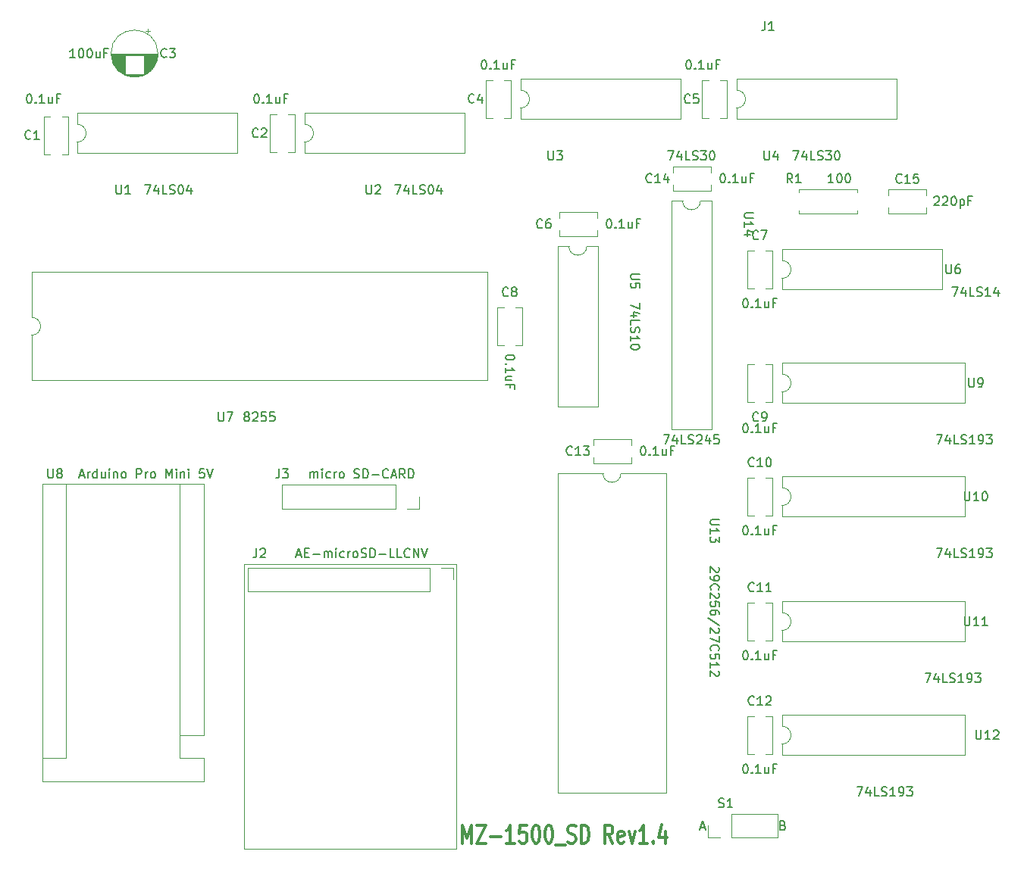
<source format=gto>
G04 #@! TF.GenerationSoftware,KiCad,Pcbnew,(5.1.9)-1*
G04 #@! TF.CreationDate,2024-07-19T16:57:07+09:00*
G04 #@! TF.ProjectId,MZ-1500_SD,4d5a2d31-3530-4305-9f53-442e6b696361,rev?*
G04 #@! TF.SameCoordinates,PX4395450PY98005a8*
G04 #@! TF.FileFunction,Legend,Top*
G04 #@! TF.FilePolarity,Positive*
%FSLAX46Y46*%
G04 Gerber Fmt 4.6, Leading zero omitted, Abs format (unit mm)*
G04 Created by KiCad (PCBNEW (5.1.9)-1) date 2024-07-19 16:57:07*
%MOMM*%
%LPD*%
G01*
G04 APERTURE LIST*
%ADD10C,0.150000*%
%ADD11C,0.300000*%
%ADD12C,0.120000*%
G04 APERTURE END LIST*
D10*
X97210952Y6897620D02*
X97877619Y6897620D01*
X97449047Y5897620D01*
X98687142Y6564286D02*
X98687142Y5897620D01*
X98449047Y6945239D02*
X98210952Y6230953D01*
X98830000Y6230953D01*
X99687142Y5897620D02*
X99210952Y5897620D01*
X99210952Y6897620D01*
X99972857Y5945239D02*
X100115714Y5897620D01*
X100353809Y5897620D01*
X100449047Y5945239D01*
X100496666Y5992858D01*
X100544285Y6088096D01*
X100544285Y6183334D01*
X100496666Y6278572D01*
X100449047Y6326191D01*
X100353809Y6373810D01*
X100163333Y6421429D01*
X100068095Y6469048D01*
X100020476Y6516667D01*
X99972857Y6611905D01*
X99972857Y6707143D01*
X100020476Y6802381D01*
X100068095Y6850000D01*
X100163333Y6897620D01*
X100401428Y6897620D01*
X100544285Y6850000D01*
X101496666Y5897620D02*
X100925238Y5897620D01*
X101210952Y5897620D02*
X101210952Y6897620D01*
X101115714Y6754762D01*
X101020476Y6659524D01*
X100925238Y6611905D01*
X101972857Y5897620D02*
X102163333Y5897620D01*
X102258571Y5945239D01*
X102306190Y5992858D01*
X102401428Y6135715D01*
X102449047Y6326191D01*
X102449047Y6707143D01*
X102401428Y6802381D01*
X102353809Y6850000D01*
X102258571Y6897620D01*
X102068095Y6897620D01*
X101972857Y6850000D01*
X101925238Y6802381D01*
X101877619Y6707143D01*
X101877619Y6469048D01*
X101925238Y6373810D01*
X101972857Y6326191D01*
X102068095Y6278572D01*
X102258571Y6278572D01*
X102353809Y6326191D01*
X102401428Y6373810D01*
X102449047Y6469048D01*
X102782380Y6897620D02*
X103401428Y6897620D01*
X103068095Y6516667D01*
X103210952Y6516667D01*
X103306190Y6469048D01*
X103353809Y6421429D01*
X103401428Y6326191D01*
X103401428Y6088096D01*
X103353809Y5992858D01*
X103306190Y5945239D01*
X103210952Y5897620D01*
X102925238Y5897620D01*
X102830000Y5945239D01*
X102782380Y5992858D01*
X104830952Y19597620D02*
X105497619Y19597620D01*
X105069047Y18597620D01*
X106307142Y19264286D02*
X106307142Y18597620D01*
X106069047Y19645239D02*
X105830952Y18930953D01*
X106450000Y18930953D01*
X107307142Y18597620D02*
X106830952Y18597620D01*
X106830952Y19597620D01*
X107592857Y18645239D02*
X107735714Y18597620D01*
X107973809Y18597620D01*
X108069047Y18645239D01*
X108116666Y18692858D01*
X108164285Y18788096D01*
X108164285Y18883334D01*
X108116666Y18978572D01*
X108069047Y19026191D01*
X107973809Y19073810D01*
X107783333Y19121429D01*
X107688095Y19169048D01*
X107640476Y19216667D01*
X107592857Y19311905D01*
X107592857Y19407143D01*
X107640476Y19502381D01*
X107688095Y19550000D01*
X107783333Y19597620D01*
X108021428Y19597620D01*
X108164285Y19550000D01*
X109116666Y18597620D02*
X108545238Y18597620D01*
X108830952Y18597620D02*
X108830952Y19597620D01*
X108735714Y19454762D01*
X108640476Y19359524D01*
X108545238Y19311905D01*
X109592857Y18597620D02*
X109783333Y18597620D01*
X109878571Y18645239D01*
X109926190Y18692858D01*
X110021428Y18835715D01*
X110069047Y19026191D01*
X110069047Y19407143D01*
X110021428Y19502381D01*
X109973809Y19550000D01*
X109878571Y19597620D01*
X109688095Y19597620D01*
X109592857Y19550000D01*
X109545238Y19502381D01*
X109497619Y19407143D01*
X109497619Y19169048D01*
X109545238Y19073810D01*
X109592857Y19026191D01*
X109688095Y18978572D01*
X109878571Y18978572D01*
X109973809Y19026191D01*
X110021428Y19073810D01*
X110069047Y19169048D01*
X110402380Y19597620D02*
X111021428Y19597620D01*
X110688095Y19216667D01*
X110830952Y19216667D01*
X110926190Y19169048D01*
X110973809Y19121429D01*
X111021428Y19026191D01*
X111021428Y18788096D01*
X110973809Y18692858D01*
X110926190Y18645239D01*
X110830952Y18597620D01*
X110545238Y18597620D01*
X110450000Y18645239D01*
X110402380Y18692858D01*
X106100952Y33567620D02*
X106767619Y33567620D01*
X106339047Y32567620D01*
X107577142Y33234286D02*
X107577142Y32567620D01*
X107339047Y33615239D02*
X107100952Y32900953D01*
X107720000Y32900953D01*
X108577142Y32567620D02*
X108100952Y32567620D01*
X108100952Y33567620D01*
X108862857Y32615239D02*
X109005714Y32567620D01*
X109243809Y32567620D01*
X109339047Y32615239D01*
X109386666Y32662858D01*
X109434285Y32758096D01*
X109434285Y32853334D01*
X109386666Y32948572D01*
X109339047Y32996191D01*
X109243809Y33043810D01*
X109053333Y33091429D01*
X108958095Y33139048D01*
X108910476Y33186667D01*
X108862857Y33281905D01*
X108862857Y33377143D01*
X108910476Y33472381D01*
X108958095Y33520000D01*
X109053333Y33567620D01*
X109291428Y33567620D01*
X109434285Y33520000D01*
X110386666Y32567620D02*
X109815238Y32567620D01*
X110100952Y32567620D02*
X110100952Y33567620D01*
X110005714Y33424762D01*
X109910476Y33329524D01*
X109815238Y33281905D01*
X110862857Y32567620D02*
X111053333Y32567620D01*
X111148571Y32615239D01*
X111196190Y32662858D01*
X111291428Y32805715D01*
X111339047Y32996191D01*
X111339047Y33377143D01*
X111291428Y33472381D01*
X111243809Y33520000D01*
X111148571Y33567620D01*
X110958095Y33567620D01*
X110862857Y33520000D01*
X110815238Y33472381D01*
X110767619Y33377143D01*
X110767619Y33139048D01*
X110815238Y33043810D01*
X110862857Y32996191D01*
X110958095Y32948572D01*
X111148571Y32948572D01*
X111243809Y32996191D01*
X111291428Y33043810D01*
X111339047Y33139048D01*
X111672380Y33567620D02*
X112291428Y33567620D01*
X111958095Y33186667D01*
X112100952Y33186667D01*
X112196190Y33139048D01*
X112243809Y33091429D01*
X112291428Y32996191D01*
X112291428Y32758096D01*
X112243809Y32662858D01*
X112196190Y32615239D01*
X112100952Y32567620D01*
X111815238Y32567620D01*
X111720000Y32615239D01*
X111672380Y32662858D01*
X106100952Y46267620D02*
X106767619Y46267620D01*
X106339047Y45267620D01*
X107577142Y45934286D02*
X107577142Y45267620D01*
X107339047Y46315239D02*
X107100952Y45600953D01*
X107720000Y45600953D01*
X108577142Y45267620D02*
X108100952Y45267620D01*
X108100952Y46267620D01*
X108862857Y45315239D02*
X109005714Y45267620D01*
X109243809Y45267620D01*
X109339047Y45315239D01*
X109386666Y45362858D01*
X109434285Y45458096D01*
X109434285Y45553334D01*
X109386666Y45648572D01*
X109339047Y45696191D01*
X109243809Y45743810D01*
X109053333Y45791429D01*
X108958095Y45839048D01*
X108910476Y45886667D01*
X108862857Y45981905D01*
X108862857Y46077143D01*
X108910476Y46172381D01*
X108958095Y46220000D01*
X109053333Y46267620D01*
X109291428Y46267620D01*
X109434285Y46220000D01*
X110386666Y45267620D02*
X109815238Y45267620D01*
X110100952Y45267620D02*
X110100952Y46267620D01*
X110005714Y46124762D01*
X109910476Y46029524D01*
X109815238Y45981905D01*
X110862857Y45267620D02*
X111053333Y45267620D01*
X111148571Y45315239D01*
X111196190Y45362858D01*
X111291428Y45505715D01*
X111339047Y45696191D01*
X111339047Y46077143D01*
X111291428Y46172381D01*
X111243809Y46220000D01*
X111148571Y46267620D01*
X110958095Y46267620D01*
X110862857Y46220000D01*
X110815238Y46172381D01*
X110767619Y46077143D01*
X110767619Y45839048D01*
X110815238Y45743810D01*
X110862857Y45696191D01*
X110958095Y45648572D01*
X111148571Y45648572D01*
X111243809Y45696191D01*
X111291428Y45743810D01*
X111339047Y45839048D01*
X111672380Y46267620D02*
X112291428Y46267620D01*
X111958095Y45886667D01*
X112100952Y45886667D01*
X112196190Y45839048D01*
X112243809Y45791429D01*
X112291428Y45696191D01*
X112291428Y45458096D01*
X112243809Y45362858D01*
X112196190Y45315239D01*
X112100952Y45267620D01*
X111815238Y45267620D01*
X111720000Y45315239D01*
X111672380Y45362858D01*
X107847142Y62777620D02*
X108513809Y62777620D01*
X108085238Y61777620D01*
X109323333Y62444286D02*
X109323333Y61777620D01*
X109085238Y62825239D02*
X108847142Y62110953D01*
X109466190Y62110953D01*
X110323333Y61777620D02*
X109847142Y61777620D01*
X109847142Y62777620D01*
X110609047Y61825239D02*
X110751904Y61777620D01*
X110990000Y61777620D01*
X111085238Y61825239D01*
X111132857Y61872858D01*
X111180476Y61968096D01*
X111180476Y62063334D01*
X111132857Y62158572D01*
X111085238Y62206191D01*
X110990000Y62253810D01*
X110799523Y62301429D01*
X110704285Y62349048D01*
X110656666Y62396667D01*
X110609047Y62491905D01*
X110609047Y62587143D01*
X110656666Y62682381D01*
X110704285Y62730000D01*
X110799523Y62777620D01*
X111037619Y62777620D01*
X111180476Y62730000D01*
X112132857Y61777620D02*
X111561428Y61777620D01*
X111847142Y61777620D02*
X111847142Y62777620D01*
X111751904Y62634762D01*
X111656666Y62539524D01*
X111561428Y62491905D01*
X112990000Y62444286D02*
X112990000Y61777620D01*
X112751904Y62825239D02*
X112513809Y62110953D01*
X113132857Y62110953D01*
X84717142Y61507620D02*
X84812380Y61507620D01*
X84907619Y61460000D01*
X84955238Y61412381D01*
X85002857Y61317143D01*
X85050476Y61126667D01*
X85050476Y60888572D01*
X85002857Y60698096D01*
X84955238Y60602858D01*
X84907619Y60555239D01*
X84812380Y60507620D01*
X84717142Y60507620D01*
X84621904Y60555239D01*
X84574285Y60602858D01*
X84526666Y60698096D01*
X84479047Y60888572D01*
X84479047Y61126667D01*
X84526666Y61317143D01*
X84574285Y61412381D01*
X84621904Y61460000D01*
X84717142Y61507620D01*
X85479047Y60602858D02*
X85526666Y60555239D01*
X85479047Y60507620D01*
X85431428Y60555239D01*
X85479047Y60602858D01*
X85479047Y60507620D01*
X86479047Y60507620D02*
X85907619Y60507620D01*
X86193333Y60507620D02*
X86193333Y61507620D01*
X86098095Y61364762D01*
X86002857Y61269524D01*
X85907619Y61221905D01*
X87336190Y61174286D02*
X87336190Y60507620D01*
X86907619Y61174286D02*
X86907619Y60650477D01*
X86955238Y60555239D01*
X87050476Y60507620D01*
X87193333Y60507620D01*
X87288571Y60555239D01*
X87336190Y60602858D01*
X88145714Y61031429D02*
X87812380Y61031429D01*
X87812380Y60507620D02*
X87812380Y61507620D01*
X88288571Y61507620D01*
X84717142Y47537620D02*
X84812380Y47537620D01*
X84907619Y47490000D01*
X84955238Y47442381D01*
X85002857Y47347143D01*
X85050476Y47156667D01*
X85050476Y46918572D01*
X85002857Y46728096D01*
X84955238Y46632858D01*
X84907619Y46585239D01*
X84812380Y46537620D01*
X84717142Y46537620D01*
X84621904Y46585239D01*
X84574285Y46632858D01*
X84526666Y46728096D01*
X84479047Y46918572D01*
X84479047Y47156667D01*
X84526666Y47347143D01*
X84574285Y47442381D01*
X84621904Y47490000D01*
X84717142Y47537620D01*
X85479047Y46632858D02*
X85526666Y46585239D01*
X85479047Y46537620D01*
X85431428Y46585239D01*
X85479047Y46632858D01*
X85479047Y46537620D01*
X86479047Y46537620D02*
X85907619Y46537620D01*
X86193333Y46537620D02*
X86193333Y47537620D01*
X86098095Y47394762D01*
X86002857Y47299524D01*
X85907619Y47251905D01*
X87336190Y47204286D02*
X87336190Y46537620D01*
X86907619Y47204286D02*
X86907619Y46680477D01*
X86955238Y46585239D01*
X87050476Y46537620D01*
X87193333Y46537620D01*
X87288571Y46585239D01*
X87336190Y46632858D01*
X88145714Y47061429D02*
X87812380Y47061429D01*
X87812380Y46537620D02*
X87812380Y47537620D01*
X88288571Y47537620D01*
X84717142Y36107620D02*
X84812380Y36107620D01*
X84907619Y36060000D01*
X84955238Y36012381D01*
X85002857Y35917143D01*
X85050476Y35726667D01*
X85050476Y35488572D01*
X85002857Y35298096D01*
X84955238Y35202858D01*
X84907619Y35155239D01*
X84812380Y35107620D01*
X84717142Y35107620D01*
X84621904Y35155239D01*
X84574285Y35202858D01*
X84526666Y35298096D01*
X84479047Y35488572D01*
X84479047Y35726667D01*
X84526666Y35917143D01*
X84574285Y36012381D01*
X84621904Y36060000D01*
X84717142Y36107620D01*
X85479047Y35202858D02*
X85526666Y35155239D01*
X85479047Y35107620D01*
X85431428Y35155239D01*
X85479047Y35202858D01*
X85479047Y35107620D01*
X86479047Y35107620D02*
X85907619Y35107620D01*
X86193333Y35107620D02*
X86193333Y36107620D01*
X86098095Y35964762D01*
X86002857Y35869524D01*
X85907619Y35821905D01*
X87336190Y35774286D02*
X87336190Y35107620D01*
X86907619Y35774286D02*
X86907619Y35250477D01*
X86955238Y35155239D01*
X87050476Y35107620D01*
X87193333Y35107620D01*
X87288571Y35155239D01*
X87336190Y35202858D01*
X88145714Y35631429D02*
X87812380Y35631429D01*
X87812380Y35107620D02*
X87812380Y36107620D01*
X88288571Y36107620D01*
X84717142Y22137620D02*
X84812380Y22137620D01*
X84907619Y22090000D01*
X84955238Y22042381D01*
X85002857Y21947143D01*
X85050476Y21756667D01*
X85050476Y21518572D01*
X85002857Y21328096D01*
X84955238Y21232858D01*
X84907619Y21185239D01*
X84812380Y21137620D01*
X84717142Y21137620D01*
X84621904Y21185239D01*
X84574285Y21232858D01*
X84526666Y21328096D01*
X84479047Y21518572D01*
X84479047Y21756667D01*
X84526666Y21947143D01*
X84574285Y22042381D01*
X84621904Y22090000D01*
X84717142Y22137620D01*
X85479047Y21232858D02*
X85526666Y21185239D01*
X85479047Y21137620D01*
X85431428Y21185239D01*
X85479047Y21232858D01*
X85479047Y21137620D01*
X86479047Y21137620D02*
X85907619Y21137620D01*
X86193333Y21137620D02*
X86193333Y22137620D01*
X86098095Y21994762D01*
X86002857Y21899524D01*
X85907619Y21851905D01*
X87336190Y21804286D02*
X87336190Y21137620D01*
X86907619Y21804286D02*
X86907619Y21280477D01*
X86955238Y21185239D01*
X87050476Y21137620D01*
X87193333Y21137620D01*
X87288571Y21185239D01*
X87336190Y21232858D01*
X88145714Y21661429D02*
X87812380Y21661429D01*
X87812380Y21137620D02*
X87812380Y22137620D01*
X88288571Y22137620D01*
X84717142Y9437620D02*
X84812380Y9437620D01*
X84907619Y9390000D01*
X84955238Y9342381D01*
X85002857Y9247143D01*
X85050476Y9056667D01*
X85050476Y8818572D01*
X85002857Y8628096D01*
X84955238Y8532858D01*
X84907619Y8485239D01*
X84812380Y8437620D01*
X84717142Y8437620D01*
X84621904Y8485239D01*
X84574285Y8532858D01*
X84526666Y8628096D01*
X84479047Y8818572D01*
X84479047Y9056667D01*
X84526666Y9247143D01*
X84574285Y9342381D01*
X84621904Y9390000D01*
X84717142Y9437620D01*
X85479047Y8532858D02*
X85526666Y8485239D01*
X85479047Y8437620D01*
X85431428Y8485239D01*
X85479047Y8532858D01*
X85479047Y8437620D01*
X86479047Y8437620D02*
X85907619Y8437620D01*
X86193333Y8437620D02*
X86193333Y9437620D01*
X86098095Y9294762D01*
X86002857Y9199524D01*
X85907619Y9151905D01*
X87336190Y9104286D02*
X87336190Y8437620D01*
X86907619Y9104286D02*
X86907619Y8580477D01*
X86955238Y8485239D01*
X87050476Y8437620D01*
X87193333Y8437620D01*
X87288571Y8485239D01*
X87336190Y8532858D01*
X88145714Y8961429D02*
X87812380Y8961429D01*
X87812380Y8437620D02*
X87812380Y9437620D01*
X88288571Y9437620D01*
X105830952Y72842381D02*
X105878571Y72890000D01*
X105973809Y72937620D01*
X106211904Y72937620D01*
X106307142Y72890000D01*
X106354761Y72842381D01*
X106402380Y72747143D01*
X106402380Y72651905D01*
X106354761Y72509048D01*
X105783333Y71937620D01*
X106402380Y71937620D01*
X106783333Y72842381D02*
X106830952Y72890000D01*
X106926190Y72937620D01*
X107164285Y72937620D01*
X107259523Y72890000D01*
X107307142Y72842381D01*
X107354761Y72747143D01*
X107354761Y72651905D01*
X107307142Y72509048D01*
X106735714Y71937620D01*
X107354761Y71937620D01*
X107973809Y72937620D02*
X108069047Y72937620D01*
X108164285Y72890000D01*
X108211904Y72842381D01*
X108259523Y72747143D01*
X108307142Y72556667D01*
X108307142Y72318572D01*
X108259523Y72128096D01*
X108211904Y72032858D01*
X108164285Y71985239D01*
X108069047Y71937620D01*
X107973809Y71937620D01*
X107878571Y71985239D01*
X107830952Y72032858D01*
X107783333Y72128096D01*
X107735714Y72318572D01*
X107735714Y72556667D01*
X107783333Y72747143D01*
X107830952Y72842381D01*
X107878571Y72890000D01*
X107973809Y72937620D01*
X108735714Y72604286D02*
X108735714Y71604286D01*
X108735714Y72556667D02*
X108830952Y72604286D01*
X109021428Y72604286D01*
X109116666Y72556667D01*
X109164285Y72509048D01*
X109211904Y72413810D01*
X109211904Y72128096D01*
X109164285Y72032858D01*
X109116666Y71985239D01*
X109021428Y71937620D01*
X108830952Y71937620D01*
X108735714Y71985239D01*
X109973809Y72461429D02*
X109640476Y72461429D01*
X109640476Y71937620D02*
X109640476Y72937620D01*
X110116666Y72937620D01*
X94583333Y74477620D02*
X94011904Y74477620D01*
X94297619Y74477620D02*
X94297619Y75477620D01*
X94202380Y75334762D01*
X94107142Y75239524D01*
X94011904Y75191905D01*
X95202380Y75477620D02*
X95297619Y75477620D01*
X95392857Y75430000D01*
X95440476Y75382381D01*
X95488095Y75287143D01*
X95535714Y75096667D01*
X95535714Y74858572D01*
X95488095Y74668096D01*
X95440476Y74572858D01*
X95392857Y74525239D01*
X95297619Y74477620D01*
X95202380Y74477620D01*
X95107142Y74525239D01*
X95059523Y74572858D01*
X95011904Y74668096D01*
X94964285Y74858572D01*
X94964285Y75096667D01*
X95011904Y75287143D01*
X95059523Y75382381D01*
X95107142Y75430000D01*
X95202380Y75477620D01*
X96154761Y75477620D02*
X96250000Y75477620D01*
X96345238Y75430000D01*
X96392857Y75382381D01*
X96440476Y75287143D01*
X96488095Y75096667D01*
X96488095Y74858572D01*
X96440476Y74668096D01*
X96392857Y74572858D01*
X96345238Y74525239D01*
X96250000Y74477620D01*
X96154761Y74477620D01*
X96059523Y74525239D01*
X96011904Y74572858D01*
X95964285Y74668096D01*
X95916666Y74858572D01*
X95916666Y75096667D01*
X95964285Y75287143D01*
X96011904Y75382381D01*
X96059523Y75430000D01*
X96154761Y75477620D01*
X36148095Y41457620D02*
X36148095Y42124286D01*
X36148095Y42029048D02*
X36195714Y42076667D01*
X36290952Y42124286D01*
X36433809Y42124286D01*
X36529047Y42076667D01*
X36576666Y41981429D01*
X36576666Y41457620D01*
X36576666Y41981429D02*
X36624285Y42076667D01*
X36719523Y42124286D01*
X36862380Y42124286D01*
X36957619Y42076667D01*
X37005238Y41981429D01*
X37005238Y41457620D01*
X37481428Y41457620D02*
X37481428Y42124286D01*
X37481428Y42457620D02*
X37433809Y42410000D01*
X37481428Y42362381D01*
X37529047Y42410000D01*
X37481428Y42457620D01*
X37481428Y42362381D01*
X38386190Y41505239D02*
X38290952Y41457620D01*
X38100476Y41457620D01*
X38005238Y41505239D01*
X37957619Y41552858D01*
X37910000Y41648096D01*
X37910000Y41933810D01*
X37957619Y42029048D01*
X38005238Y42076667D01*
X38100476Y42124286D01*
X38290952Y42124286D01*
X38386190Y42076667D01*
X38814761Y41457620D02*
X38814761Y42124286D01*
X38814761Y41933810D02*
X38862380Y42029048D01*
X38910000Y42076667D01*
X39005238Y42124286D01*
X39100476Y42124286D01*
X39576666Y41457620D02*
X39481428Y41505239D01*
X39433809Y41552858D01*
X39386190Y41648096D01*
X39386190Y41933810D01*
X39433809Y42029048D01*
X39481428Y42076667D01*
X39576666Y42124286D01*
X39719523Y42124286D01*
X39814761Y42076667D01*
X39862380Y42029048D01*
X39910000Y41933810D01*
X39910000Y41648096D01*
X39862380Y41552858D01*
X39814761Y41505239D01*
X39719523Y41457620D01*
X39576666Y41457620D01*
X41052857Y41505239D02*
X41195714Y41457620D01*
X41433809Y41457620D01*
X41529047Y41505239D01*
X41576666Y41552858D01*
X41624285Y41648096D01*
X41624285Y41743334D01*
X41576666Y41838572D01*
X41529047Y41886191D01*
X41433809Y41933810D01*
X41243333Y41981429D01*
X41148095Y42029048D01*
X41100476Y42076667D01*
X41052857Y42171905D01*
X41052857Y42267143D01*
X41100476Y42362381D01*
X41148095Y42410000D01*
X41243333Y42457620D01*
X41481428Y42457620D01*
X41624285Y42410000D01*
X42052857Y41457620D02*
X42052857Y42457620D01*
X42290952Y42457620D01*
X42433809Y42410000D01*
X42529047Y42314762D01*
X42576666Y42219524D01*
X42624285Y42029048D01*
X42624285Y41886191D01*
X42576666Y41695715D01*
X42529047Y41600477D01*
X42433809Y41505239D01*
X42290952Y41457620D01*
X42052857Y41457620D01*
X43052857Y41838572D02*
X43814761Y41838572D01*
X44862380Y41552858D02*
X44814761Y41505239D01*
X44671904Y41457620D01*
X44576666Y41457620D01*
X44433809Y41505239D01*
X44338571Y41600477D01*
X44290952Y41695715D01*
X44243333Y41886191D01*
X44243333Y42029048D01*
X44290952Y42219524D01*
X44338571Y42314762D01*
X44433809Y42410000D01*
X44576666Y42457620D01*
X44671904Y42457620D01*
X44814761Y42410000D01*
X44862380Y42362381D01*
X45243333Y41743334D02*
X45719523Y41743334D01*
X45148095Y41457620D02*
X45481428Y42457620D01*
X45814761Y41457620D01*
X46719523Y41457620D02*
X46386190Y41933810D01*
X46148095Y41457620D02*
X46148095Y42457620D01*
X46529047Y42457620D01*
X46624285Y42410000D01*
X46671904Y42362381D01*
X46719523Y42267143D01*
X46719523Y42124286D01*
X46671904Y42029048D01*
X46624285Y41981429D01*
X46529047Y41933810D01*
X46148095Y41933810D01*
X47148095Y41457620D02*
X47148095Y42457620D01*
X47386190Y42457620D01*
X47529047Y42410000D01*
X47624285Y42314762D01*
X47671904Y42219524D01*
X47719523Y42029048D01*
X47719523Y41886191D01*
X47671904Y41695715D01*
X47624285Y41600477D01*
X47529047Y41505239D01*
X47386190Y41457620D01*
X47148095Y41457620D01*
X10375238Y41743334D02*
X10851428Y41743334D01*
X10280000Y41457620D02*
X10613333Y42457620D01*
X10946666Y41457620D01*
X11280000Y41457620D02*
X11280000Y42124286D01*
X11280000Y41933810D02*
X11327619Y42029048D01*
X11375238Y42076667D01*
X11470476Y42124286D01*
X11565714Y42124286D01*
X12327619Y41457620D02*
X12327619Y42457620D01*
X12327619Y41505239D02*
X12232380Y41457620D01*
X12041904Y41457620D01*
X11946666Y41505239D01*
X11899047Y41552858D01*
X11851428Y41648096D01*
X11851428Y41933810D01*
X11899047Y42029048D01*
X11946666Y42076667D01*
X12041904Y42124286D01*
X12232380Y42124286D01*
X12327619Y42076667D01*
X13232380Y42124286D02*
X13232380Y41457620D01*
X12803809Y42124286D02*
X12803809Y41600477D01*
X12851428Y41505239D01*
X12946666Y41457620D01*
X13089523Y41457620D01*
X13184761Y41505239D01*
X13232380Y41552858D01*
X13708571Y41457620D02*
X13708571Y42124286D01*
X13708571Y42457620D02*
X13660952Y42410000D01*
X13708571Y42362381D01*
X13756190Y42410000D01*
X13708571Y42457620D01*
X13708571Y42362381D01*
X14184761Y42124286D02*
X14184761Y41457620D01*
X14184761Y42029048D02*
X14232380Y42076667D01*
X14327619Y42124286D01*
X14470476Y42124286D01*
X14565714Y42076667D01*
X14613333Y41981429D01*
X14613333Y41457620D01*
X15232380Y41457620D02*
X15137142Y41505239D01*
X15089523Y41552858D01*
X15041904Y41648096D01*
X15041904Y41933810D01*
X15089523Y42029048D01*
X15137142Y42076667D01*
X15232380Y42124286D01*
X15375238Y42124286D01*
X15470476Y42076667D01*
X15518095Y42029048D01*
X15565714Y41933810D01*
X15565714Y41648096D01*
X15518095Y41552858D01*
X15470476Y41505239D01*
X15375238Y41457620D01*
X15232380Y41457620D01*
X16756190Y41457620D02*
X16756190Y42457620D01*
X17137142Y42457620D01*
X17232380Y42410000D01*
X17280000Y42362381D01*
X17327619Y42267143D01*
X17327619Y42124286D01*
X17280000Y42029048D01*
X17232380Y41981429D01*
X17137142Y41933810D01*
X16756190Y41933810D01*
X17756190Y41457620D02*
X17756190Y42124286D01*
X17756190Y41933810D02*
X17803809Y42029048D01*
X17851428Y42076667D01*
X17946666Y42124286D01*
X18041904Y42124286D01*
X18518095Y41457620D02*
X18422857Y41505239D01*
X18375238Y41552858D01*
X18327619Y41648096D01*
X18327619Y41933810D01*
X18375238Y42029048D01*
X18422857Y42076667D01*
X18518095Y42124286D01*
X18660952Y42124286D01*
X18756190Y42076667D01*
X18803809Y42029048D01*
X18851428Y41933810D01*
X18851428Y41648096D01*
X18803809Y41552858D01*
X18756190Y41505239D01*
X18660952Y41457620D01*
X18518095Y41457620D01*
X20041904Y41457620D02*
X20041904Y42457620D01*
X20375238Y41743334D01*
X20708571Y42457620D01*
X20708571Y41457620D01*
X21184761Y41457620D02*
X21184761Y42124286D01*
X21184761Y42457620D02*
X21137142Y42410000D01*
X21184761Y42362381D01*
X21232380Y42410000D01*
X21184761Y42457620D01*
X21184761Y42362381D01*
X21660952Y42124286D02*
X21660952Y41457620D01*
X21660952Y42029048D02*
X21708571Y42076667D01*
X21803809Y42124286D01*
X21946666Y42124286D01*
X22041904Y42076667D01*
X22089523Y41981429D01*
X22089523Y41457620D01*
X22565714Y41457620D02*
X22565714Y42124286D01*
X22565714Y42457620D02*
X22518095Y42410000D01*
X22565714Y42362381D01*
X22613333Y42410000D01*
X22565714Y42457620D01*
X22565714Y42362381D01*
X24280000Y42457620D02*
X23803809Y42457620D01*
X23756190Y41981429D01*
X23803809Y42029048D01*
X23899047Y42076667D01*
X24137142Y42076667D01*
X24232380Y42029048D01*
X24280000Y41981429D01*
X24327619Y41886191D01*
X24327619Y41648096D01*
X24280000Y41552858D01*
X24232380Y41505239D01*
X24137142Y41457620D01*
X23899047Y41457620D01*
X23803809Y41505239D01*
X23756190Y41552858D01*
X24613333Y42457620D02*
X24946666Y41457620D01*
X25280000Y42457620D01*
X88971428Y2611429D02*
X89114285Y2563810D01*
X89161904Y2516191D01*
X89209523Y2420953D01*
X89209523Y2278096D01*
X89161904Y2182858D01*
X89114285Y2135239D01*
X89019047Y2087620D01*
X88638095Y2087620D01*
X88638095Y3087620D01*
X88971428Y3087620D01*
X89066666Y3040000D01*
X89114285Y2992381D01*
X89161904Y2897143D01*
X89161904Y2801905D01*
X89114285Y2706667D01*
X89066666Y2659048D01*
X88971428Y2611429D01*
X88638095Y2611429D01*
X79771904Y2373334D02*
X80248095Y2373334D01*
X79676666Y2087620D02*
X80010000Y3087620D01*
X80343333Y2087620D01*
X81732380Y31495239D02*
X81780000Y31447620D01*
X81827619Y31352381D01*
X81827619Y31114286D01*
X81780000Y31019048D01*
X81732380Y30971429D01*
X81637142Y30923810D01*
X81541904Y30923810D01*
X81399047Y30971429D01*
X80827619Y31542858D01*
X80827619Y30923810D01*
X80827619Y30447620D02*
X80827619Y30257143D01*
X80875238Y30161905D01*
X80922857Y30114286D01*
X81065714Y30019048D01*
X81256190Y29971429D01*
X81637142Y29971429D01*
X81732380Y30019048D01*
X81780000Y30066667D01*
X81827619Y30161905D01*
X81827619Y30352381D01*
X81780000Y30447620D01*
X81732380Y30495239D01*
X81637142Y30542858D01*
X81399047Y30542858D01*
X81303809Y30495239D01*
X81256190Y30447620D01*
X81208571Y30352381D01*
X81208571Y30161905D01*
X81256190Y30066667D01*
X81303809Y30019048D01*
X81399047Y29971429D01*
X80922857Y28971429D02*
X80875238Y29019048D01*
X80827619Y29161905D01*
X80827619Y29257143D01*
X80875238Y29400000D01*
X80970476Y29495239D01*
X81065714Y29542858D01*
X81256190Y29590477D01*
X81399047Y29590477D01*
X81589523Y29542858D01*
X81684761Y29495239D01*
X81780000Y29400000D01*
X81827619Y29257143D01*
X81827619Y29161905D01*
X81780000Y29019048D01*
X81732380Y28971429D01*
X81732380Y28590477D02*
X81780000Y28542858D01*
X81827619Y28447620D01*
X81827619Y28209524D01*
X81780000Y28114286D01*
X81732380Y28066667D01*
X81637142Y28019048D01*
X81541904Y28019048D01*
X81399047Y28066667D01*
X80827619Y28638096D01*
X80827619Y28019048D01*
X81827619Y27114286D02*
X81827619Y27590477D01*
X81351428Y27638096D01*
X81399047Y27590477D01*
X81446666Y27495239D01*
X81446666Y27257143D01*
X81399047Y27161905D01*
X81351428Y27114286D01*
X81256190Y27066667D01*
X81018095Y27066667D01*
X80922857Y27114286D01*
X80875238Y27161905D01*
X80827619Y27257143D01*
X80827619Y27495239D01*
X80875238Y27590477D01*
X80922857Y27638096D01*
X81827619Y26209524D02*
X81827619Y26400000D01*
X81780000Y26495239D01*
X81732380Y26542858D01*
X81589523Y26638096D01*
X81399047Y26685715D01*
X81018095Y26685715D01*
X80922857Y26638096D01*
X80875238Y26590477D01*
X80827619Y26495239D01*
X80827619Y26304762D01*
X80875238Y26209524D01*
X80922857Y26161905D01*
X81018095Y26114286D01*
X81256190Y26114286D01*
X81351428Y26161905D01*
X81399047Y26209524D01*
X81446666Y26304762D01*
X81446666Y26495239D01*
X81399047Y26590477D01*
X81351428Y26638096D01*
X81256190Y26685715D01*
X81875238Y24971429D02*
X80589523Y25828572D01*
X81732380Y24685715D02*
X81780000Y24638096D01*
X81827619Y24542858D01*
X81827619Y24304762D01*
X81780000Y24209524D01*
X81732380Y24161905D01*
X81637142Y24114286D01*
X81541904Y24114286D01*
X81399047Y24161905D01*
X80827619Y24733334D01*
X80827619Y24114286D01*
X81827619Y23780953D02*
X81827619Y23114286D01*
X80827619Y23542858D01*
X80922857Y22161905D02*
X80875238Y22209524D01*
X80827619Y22352381D01*
X80827619Y22447620D01*
X80875238Y22590477D01*
X80970476Y22685715D01*
X81065714Y22733334D01*
X81256190Y22780953D01*
X81399047Y22780953D01*
X81589523Y22733334D01*
X81684761Y22685715D01*
X81780000Y22590477D01*
X81827619Y22447620D01*
X81827619Y22352381D01*
X81780000Y22209524D01*
X81732380Y22161905D01*
X81827619Y21257143D02*
X81827619Y21733334D01*
X81351428Y21780953D01*
X81399047Y21733334D01*
X81446666Y21638096D01*
X81446666Y21400000D01*
X81399047Y21304762D01*
X81351428Y21257143D01*
X81256190Y21209524D01*
X81018095Y21209524D01*
X80922857Y21257143D01*
X80875238Y21304762D01*
X80827619Y21400000D01*
X80827619Y21638096D01*
X80875238Y21733334D01*
X80922857Y21780953D01*
X80827619Y20257143D02*
X80827619Y20828572D01*
X80827619Y20542858D02*
X81827619Y20542858D01*
X81684761Y20638096D01*
X81589523Y20733334D01*
X81541904Y20828572D01*
X81732380Y19876191D02*
X81780000Y19828572D01*
X81827619Y19733334D01*
X81827619Y19495239D01*
X81780000Y19400000D01*
X81732380Y19352381D01*
X81637142Y19304762D01*
X81541904Y19304762D01*
X81399047Y19352381D01*
X80827619Y19923810D01*
X80827619Y19304762D01*
X28956190Y48379048D02*
X28860952Y48426667D01*
X28813333Y48474286D01*
X28765714Y48569524D01*
X28765714Y48617143D01*
X28813333Y48712381D01*
X28860952Y48760000D01*
X28956190Y48807620D01*
X29146666Y48807620D01*
X29241904Y48760000D01*
X29289523Y48712381D01*
X29337142Y48617143D01*
X29337142Y48569524D01*
X29289523Y48474286D01*
X29241904Y48426667D01*
X29146666Y48379048D01*
X28956190Y48379048D01*
X28860952Y48331429D01*
X28813333Y48283810D01*
X28765714Y48188572D01*
X28765714Y47998096D01*
X28813333Y47902858D01*
X28860952Y47855239D01*
X28956190Y47807620D01*
X29146666Y47807620D01*
X29241904Y47855239D01*
X29289523Y47902858D01*
X29337142Y47998096D01*
X29337142Y48188572D01*
X29289523Y48283810D01*
X29241904Y48331429D01*
X29146666Y48379048D01*
X29718095Y48712381D02*
X29765714Y48760000D01*
X29860952Y48807620D01*
X30099047Y48807620D01*
X30194285Y48760000D01*
X30241904Y48712381D01*
X30289523Y48617143D01*
X30289523Y48521905D01*
X30241904Y48379048D01*
X29670476Y47807620D01*
X30289523Y47807620D01*
X31194285Y48807620D02*
X30718095Y48807620D01*
X30670476Y48331429D01*
X30718095Y48379048D01*
X30813333Y48426667D01*
X31051428Y48426667D01*
X31146666Y48379048D01*
X31194285Y48331429D01*
X31241904Y48236191D01*
X31241904Y47998096D01*
X31194285Y47902858D01*
X31146666Y47855239D01*
X31051428Y47807620D01*
X30813333Y47807620D01*
X30718095Y47855239D01*
X30670476Y47902858D01*
X32146666Y48807620D02*
X31670476Y48807620D01*
X31622857Y48331429D01*
X31670476Y48379048D01*
X31765714Y48426667D01*
X32003809Y48426667D01*
X32099047Y48379048D01*
X32146666Y48331429D01*
X32194285Y48236191D01*
X32194285Y47998096D01*
X32146666Y47902858D01*
X32099047Y47855239D01*
X32003809Y47807620D01*
X31765714Y47807620D01*
X31670476Y47855239D01*
X31622857Y47902858D01*
X72937619Y61062858D02*
X72937619Y60396191D01*
X71937619Y60824762D01*
X72604285Y59586667D02*
X71937619Y59586667D01*
X72985238Y59824762D02*
X72270952Y60062858D01*
X72270952Y59443810D01*
X71937619Y58586667D02*
X71937619Y59062858D01*
X72937619Y59062858D01*
X71985238Y58300953D02*
X71937619Y58158096D01*
X71937619Y57920000D01*
X71985238Y57824762D01*
X72032857Y57777143D01*
X72128095Y57729524D01*
X72223333Y57729524D01*
X72318571Y57777143D01*
X72366190Y57824762D01*
X72413809Y57920000D01*
X72461428Y58110477D01*
X72509047Y58205715D01*
X72556666Y58253334D01*
X72651904Y58300953D01*
X72747142Y58300953D01*
X72842380Y58253334D01*
X72890000Y58205715D01*
X72937619Y58110477D01*
X72937619Y57872381D01*
X72890000Y57729524D01*
X71937619Y56777143D02*
X71937619Y57348572D01*
X71937619Y57062858D02*
X72937619Y57062858D01*
X72794761Y57158096D01*
X72699523Y57253334D01*
X72651904Y57348572D01*
X72937619Y56158096D02*
X72937619Y56062858D01*
X72890000Y55967620D01*
X72842380Y55920000D01*
X72747142Y55872381D01*
X72556666Y55824762D01*
X72318571Y55824762D01*
X72128095Y55872381D01*
X72032857Y55920000D01*
X71985238Y55967620D01*
X71937619Y56062858D01*
X71937619Y56158096D01*
X71985238Y56253334D01*
X72032857Y56300953D01*
X72128095Y56348572D01*
X72318571Y56396191D01*
X72556666Y56396191D01*
X72747142Y56348572D01*
X72842380Y56300953D01*
X72890000Y56253334D01*
X72937619Y56158096D01*
X75620952Y46267620D02*
X76287619Y46267620D01*
X75859047Y45267620D01*
X77097142Y45934286D02*
X77097142Y45267620D01*
X76859047Y46315239D02*
X76620952Y45600953D01*
X77240000Y45600953D01*
X78097142Y45267620D02*
X77620952Y45267620D01*
X77620952Y46267620D01*
X78382857Y45315239D02*
X78525714Y45267620D01*
X78763809Y45267620D01*
X78859047Y45315239D01*
X78906666Y45362858D01*
X78954285Y45458096D01*
X78954285Y45553334D01*
X78906666Y45648572D01*
X78859047Y45696191D01*
X78763809Y45743810D01*
X78573333Y45791429D01*
X78478095Y45839048D01*
X78430476Y45886667D01*
X78382857Y45981905D01*
X78382857Y46077143D01*
X78430476Y46172381D01*
X78478095Y46220000D01*
X78573333Y46267620D01*
X78811428Y46267620D01*
X78954285Y46220000D01*
X79335238Y46172381D02*
X79382857Y46220000D01*
X79478095Y46267620D01*
X79716190Y46267620D01*
X79811428Y46220000D01*
X79859047Y46172381D01*
X79906666Y46077143D01*
X79906666Y45981905D01*
X79859047Y45839048D01*
X79287619Y45267620D01*
X79906666Y45267620D01*
X80763809Y45934286D02*
X80763809Y45267620D01*
X80525714Y46315239D02*
X80287619Y45600953D01*
X80906666Y45600953D01*
X81763809Y46267620D02*
X81287619Y46267620D01*
X81240000Y45791429D01*
X81287619Y45839048D01*
X81382857Y45886667D01*
X81620952Y45886667D01*
X81716190Y45839048D01*
X81763809Y45791429D01*
X81811428Y45696191D01*
X81811428Y45458096D01*
X81763809Y45362858D01*
X81716190Y45315239D01*
X81620952Y45267620D01*
X81382857Y45267620D01*
X81287619Y45315239D01*
X81240000Y45362858D01*
X90067142Y78017620D02*
X90733809Y78017620D01*
X90305238Y77017620D01*
X91543333Y77684286D02*
X91543333Y77017620D01*
X91305238Y78065239D02*
X91067142Y77350953D01*
X91686190Y77350953D01*
X92543333Y77017620D02*
X92067142Y77017620D01*
X92067142Y78017620D01*
X92829047Y77065239D02*
X92971904Y77017620D01*
X93210000Y77017620D01*
X93305238Y77065239D01*
X93352857Y77112858D01*
X93400476Y77208096D01*
X93400476Y77303334D01*
X93352857Y77398572D01*
X93305238Y77446191D01*
X93210000Y77493810D01*
X93019523Y77541429D01*
X92924285Y77589048D01*
X92876666Y77636667D01*
X92829047Y77731905D01*
X92829047Y77827143D01*
X92876666Y77922381D01*
X92924285Y77970000D01*
X93019523Y78017620D01*
X93257619Y78017620D01*
X93400476Y77970000D01*
X93733809Y78017620D02*
X94352857Y78017620D01*
X94019523Y77636667D01*
X94162380Y77636667D01*
X94257619Y77589048D01*
X94305238Y77541429D01*
X94352857Y77446191D01*
X94352857Y77208096D01*
X94305238Y77112858D01*
X94257619Y77065239D01*
X94162380Y77017620D01*
X93876666Y77017620D01*
X93781428Y77065239D01*
X93733809Y77112858D01*
X94971904Y78017620D02*
X95067142Y78017620D01*
X95162380Y77970000D01*
X95210000Y77922381D01*
X95257619Y77827143D01*
X95305238Y77636667D01*
X95305238Y77398572D01*
X95257619Y77208096D01*
X95210000Y77112858D01*
X95162380Y77065239D01*
X95067142Y77017620D01*
X94971904Y77017620D01*
X94876666Y77065239D01*
X94829047Y77112858D01*
X94781428Y77208096D01*
X94733809Y77398572D01*
X94733809Y77636667D01*
X94781428Y77827143D01*
X94829047Y77922381D01*
X94876666Y77970000D01*
X94971904Y78017620D01*
X76097142Y78017620D02*
X76763809Y78017620D01*
X76335238Y77017620D01*
X77573333Y77684286D02*
X77573333Y77017620D01*
X77335238Y78065239D02*
X77097142Y77350953D01*
X77716190Y77350953D01*
X78573333Y77017620D02*
X78097142Y77017620D01*
X78097142Y78017620D01*
X78859047Y77065239D02*
X79001904Y77017620D01*
X79240000Y77017620D01*
X79335238Y77065239D01*
X79382857Y77112858D01*
X79430476Y77208096D01*
X79430476Y77303334D01*
X79382857Y77398572D01*
X79335238Y77446191D01*
X79240000Y77493810D01*
X79049523Y77541429D01*
X78954285Y77589048D01*
X78906666Y77636667D01*
X78859047Y77731905D01*
X78859047Y77827143D01*
X78906666Y77922381D01*
X78954285Y77970000D01*
X79049523Y78017620D01*
X79287619Y78017620D01*
X79430476Y77970000D01*
X79763809Y78017620D02*
X80382857Y78017620D01*
X80049523Y77636667D01*
X80192380Y77636667D01*
X80287619Y77589048D01*
X80335238Y77541429D01*
X80382857Y77446191D01*
X80382857Y77208096D01*
X80335238Y77112858D01*
X80287619Y77065239D01*
X80192380Y77017620D01*
X79906666Y77017620D01*
X79811428Y77065239D01*
X79763809Y77112858D01*
X81001904Y78017620D02*
X81097142Y78017620D01*
X81192380Y77970000D01*
X81240000Y77922381D01*
X81287619Y77827143D01*
X81335238Y77636667D01*
X81335238Y77398572D01*
X81287619Y77208096D01*
X81240000Y77112858D01*
X81192380Y77065239D01*
X81097142Y77017620D01*
X81001904Y77017620D01*
X80906666Y77065239D01*
X80859047Y77112858D01*
X80811428Y77208096D01*
X80763809Y77398572D01*
X80763809Y77636667D01*
X80811428Y77827143D01*
X80859047Y77922381D01*
X80906666Y77970000D01*
X81001904Y78017620D01*
X45617142Y74207620D02*
X46283809Y74207620D01*
X45855238Y73207620D01*
X47093333Y73874286D02*
X47093333Y73207620D01*
X46855238Y74255239D02*
X46617142Y73540953D01*
X47236190Y73540953D01*
X48093333Y73207620D02*
X47617142Y73207620D01*
X47617142Y74207620D01*
X48379047Y73255239D02*
X48521904Y73207620D01*
X48760000Y73207620D01*
X48855238Y73255239D01*
X48902857Y73302858D01*
X48950476Y73398096D01*
X48950476Y73493334D01*
X48902857Y73588572D01*
X48855238Y73636191D01*
X48760000Y73683810D01*
X48569523Y73731429D01*
X48474285Y73779048D01*
X48426666Y73826667D01*
X48379047Y73921905D01*
X48379047Y74017143D01*
X48426666Y74112381D01*
X48474285Y74160000D01*
X48569523Y74207620D01*
X48807619Y74207620D01*
X48950476Y74160000D01*
X49569523Y74207620D02*
X49664761Y74207620D01*
X49760000Y74160000D01*
X49807619Y74112381D01*
X49855238Y74017143D01*
X49902857Y73826667D01*
X49902857Y73588572D01*
X49855238Y73398096D01*
X49807619Y73302858D01*
X49760000Y73255239D01*
X49664761Y73207620D01*
X49569523Y73207620D01*
X49474285Y73255239D01*
X49426666Y73302858D01*
X49379047Y73398096D01*
X49331428Y73588572D01*
X49331428Y73826667D01*
X49379047Y74017143D01*
X49426666Y74112381D01*
X49474285Y74160000D01*
X49569523Y74207620D01*
X50760000Y73874286D02*
X50760000Y73207620D01*
X50521904Y74255239D02*
X50283809Y73540953D01*
X50902857Y73540953D01*
X17677142Y74207620D02*
X18343809Y74207620D01*
X17915238Y73207620D01*
X19153333Y73874286D02*
X19153333Y73207620D01*
X18915238Y74255239D02*
X18677142Y73540953D01*
X19296190Y73540953D01*
X20153333Y73207620D02*
X19677142Y73207620D01*
X19677142Y74207620D01*
X20439047Y73255239D02*
X20581904Y73207620D01*
X20820000Y73207620D01*
X20915238Y73255239D01*
X20962857Y73302858D01*
X21010476Y73398096D01*
X21010476Y73493334D01*
X20962857Y73588572D01*
X20915238Y73636191D01*
X20820000Y73683810D01*
X20629523Y73731429D01*
X20534285Y73779048D01*
X20486666Y73826667D01*
X20439047Y73921905D01*
X20439047Y74017143D01*
X20486666Y74112381D01*
X20534285Y74160000D01*
X20629523Y74207620D01*
X20867619Y74207620D01*
X21010476Y74160000D01*
X21629523Y74207620D02*
X21724761Y74207620D01*
X21820000Y74160000D01*
X21867619Y74112381D01*
X21915238Y74017143D01*
X21962857Y73826667D01*
X21962857Y73588572D01*
X21915238Y73398096D01*
X21867619Y73302858D01*
X21820000Y73255239D01*
X21724761Y73207620D01*
X21629523Y73207620D01*
X21534285Y73255239D01*
X21486666Y73302858D01*
X21439047Y73398096D01*
X21391428Y73588572D01*
X21391428Y73826667D01*
X21439047Y74017143D01*
X21486666Y74112381D01*
X21534285Y74160000D01*
X21629523Y74207620D01*
X22820000Y73874286D02*
X22820000Y73207620D01*
X22581904Y74255239D02*
X22343809Y73540953D01*
X22962857Y73540953D01*
X73287142Y44997620D02*
X73382380Y44997620D01*
X73477619Y44950000D01*
X73525238Y44902381D01*
X73572857Y44807143D01*
X73620476Y44616667D01*
X73620476Y44378572D01*
X73572857Y44188096D01*
X73525238Y44092858D01*
X73477619Y44045239D01*
X73382380Y43997620D01*
X73287142Y43997620D01*
X73191904Y44045239D01*
X73144285Y44092858D01*
X73096666Y44188096D01*
X73049047Y44378572D01*
X73049047Y44616667D01*
X73096666Y44807143D01*
X73144285Y44902381D01*
X73191904Y44950000D01*
X73287142Y44997620D01*
X74049047Y44092858D02*
X74096666Y44045239D01*
X74049047Y43997620D01*
X74001428Y44045239D01*
X74049047Y44092858D01*
X74049047Y43997620D01*
X75049047Y43997620D02*
X74477619Y43997620D01*
X74763333Y43997620D02*
X74763333Y44997620D01*
X74668095Y44854762D01*
X74572857Y44759524D01*
X74477619Y44711905D01*
X75906190Y44664286D02*
X75906190Y43997620D01*
X75477619Y44664286D02*
X75477619Y44140477D01*
X75525238Y44045239D01*
X75620476Y43997620D01*
X75763333Y43997620D01*
X75858571Y44045239D01*
X75906190Y44092858D01*
X76715714Y44521429D02*
X76382380Y44521429D01*
X76382380Y43997620D02*
X76382380Y44997620D01*
X76858571Y44997620D01*
X58967619Y54982858D02*
X58967619Y54887620D01*
X58920000Y54792381D01*
X58872380Y54744762D01*
X58777142Y54697143D01*
X58586666Y54649524D01*
X58348571Y54649524D01*
X58158095Y54697143D01*
X58062857Y54744762D01*
X58015238Y54792381D01*
X57967619Y54887620D01*
X57967619Y54982858D01*
X58015238Y55078096D01*
X58062857Y55125715D01*
X58158095Y55173334D01*
X58348571Y55220953D01*
X58586666Y55220953D01*
X58777142Y55173334D01*
X58872380Y55125715D01*
X58920000Y55078096D01*
X58967619Y54982858D01*
X58062857Y54220953D02*
X58015238Y54173334D01*
X57967619Y54220953D01*
X58015238Y54268572D01*
X58062857Y54220953D01*
X57967619Y54220953D01*
X57967619Y53220953D02*
X57967619Y53792381D01*
X57967619Y53506667D02*
X58967619Y53506667D01*
X58824761Y53601905D01*
X58729523Y53697143D01*
X58681904Y53792381D01*
X58634285Y52363810D02*
X57967619Y52363810D01*
X58634285Y52792381D02*
X58110476Y52792381D01*
X58015238Y52744762D01*
X57967619Y52649524D01*
X57967619Y52506667D01*
X58015238Y52411429D01*
X58062857Y52363810D01*
X58491428Y51554286D02*
X58491428Y51887620D01*
X57967619Y51887620D02*
X58967619Y51887620D01*
X58967619Y51411429D01*
X69477142Y70397620D02*
X69572380Y70397620D01*
X69667619Y70350000D01*
X69715238Y70302381D01*
X69762857Y70207143D01*
X69810476Y70016667D01*
X69810476Y69778572D01*
X69762857Y69588096D01*
X69715238Y69492858D01*
X69667619Y69445239D01*
X69572380Y69397620D01*
X69477142Y69397620D01*
X69381904Y69445239D01*
X69334285Y69492858D01*
X69286666Y69588096D01*
X69239047Y69778572D01*
X69239047Y70016667D01*
X69286666Y70207143D01*
X69334285Y70302381D01*
X69381904Y70350000D01*
X69477142Y70397620D01*
X70239047Y69492858D02*
X70286666Y69445239D01*
X70239047Y69397620D01*
X70191428Y69445239D01*
X70239047Y69492858D01*
X70239047Y69397620D01*
X71239047Y69397620D02*
X70667619Y69397620D01*
X70953333Y69397620D02*
X70953333Y70397620D01*
X70858095Y70254762D01*
X70762857Y70159524D01*
X70667619Y70111905D01*
X72096190Y70064286D02*
X72096190Y69397620D01*
X71667619Y70064286D02*
X71667619Y69540477D01*
X71715238Y69445239D01*
X71810476Y69397620D01*
X71953333Y69397620D01*
X72048571Y69445239D01*
X72096190Y69492858D01*
X72905714Y69921429D02*
X72572380Y69921429D01*
X72572380Y69397620D02*
X72572380Y70397620D01*
X73048571Y70397620D01*
X82177142Y75477620D02*
X82272380Y75477620D01*
X82367619Y75430000D01*
X82415238Y75382381D01*
X82462857Y75287143D01*
X82510476Y75096667D01*
X82510476Y74858572D01*
X82462857Y74668096D01*
X82415238Y74572858D01*
X82367619Y74525239D01*
X82272380Y74477620D01*
X82177142Y74477620D01*
X82081904Y74525239D01*
X82034285Y74572858D01*
X81986666Y74668096D01*
X81939047Y74858572D01*
X81939047Y75096667D01*
X81986666Y75287143D01*
X82034285Y75382381D01*
X82081904Y75430000D01*
X82177142Y75477620D01*
X82939047Y74572858D02*
X82986666Y74525239D01*
X82939047Y74477620D01*
X82891428Y74525239D01*
X82939047Y74572858D01*
X82939047Y74477620D01*
X83939047Y74477620D02*
X83367619Y74477620D01*
X83653333Y74477620D02*
X83653333Y75477620D01*
X83558095Y75334762D01*
X83462857Y75239524D01*
X83367619Y75191905D01*
X84796190Y75144286D02*
X84796190Y74477620D01*
X84367619Y75144286D02*
X84367619Y74620477D01*
X84415238Y74525239D01*
X84510476Y74477620D01*
X84653333Y74477620D01*
X84748571Y74525239D01*
X84796190Y74572858D01*
X85605714Y75001429D02*
X85272380Y75001429D01*
X85272380Y74477620D02*
X85272380Y75477620D01*
X85748571Y75477620D01*
X78367142Y88177620D02*
X78462380Y88177620D01*
X78557619Y88130000D01*
X78605238Y88082381D01*
X78652857Y87987143D01*
X78700476Y87796667D01*
X78700476Y87558572D01*
X78652857Y87368096D01*
X78605238Y87272858D01*
X78557619Y87225239D01*
X78462380Y87177620D01*
X78367142Y87177620D01*
X78271904Y87225239D01*
X78224285Y87272858D01*
X78176666Y87368096D01*
X78129047Y87558572D01*
X78129047Y87796667D01*
X78176666Y87987143D01*
X78224285Y88082381D01*
X78271904Y88130000D01*
X78367142Y88177620D01*
X79129047Y87272858D02*
X79176666Y87225239D01*
X79129047Y87177620D01*
X79081428Y87225239D01*
X79129047Y87272858D01*
X79129047Y87177620D01*
X80129047Y87177620D02*
X79557619Y87177620D01*
X79843333Y87177620D02*
X79843333Y88177620D01*
X79748095Y88034762D01*
X79652857Y87939524D01*
X79557619Y87891905D01*
X80986190Y87844286D02*
X80986190Y87177620D01*
X80557619Y87844286D02*
X80557619Y87320477D01*
X80605238Y87225239D01*
X80700476Y87177620D01*
X80843333Y87177620D01*
X80938571Y87225239D01*
X80986190Y87272858D01*
X81795714Y87701429D02*
X81462380Y87701429D01*
X81462380Y87177620D02*
X81462380Y88177620D01*
X81938571Y88177620D01*
X55507142Y88177620D02*
X55602380Y88177620D01*
X55697619Y88130000D01*
X55745238Y88082381D01*
X55792857Y87987143D01*
X55840476Y87796667D01*
X55840476Y87558572D01*
X55792857Y87368096D01*
X55745238Y87272858D01*
X55697619Y87225239D01*
X55602380Y87177620D01*
X55507142Y87177620D01*
X55411904Y87225239D01*
X55364285Y87272858D01*
X55316666Y87368096D01*
X55269047Y87558572D01*
X55269047Y87796667D01*
X55316666Y87987143D01*
X55364285Y88082381D01*
X55411904Y88130000D01*
X55507142Y88177620D01*
X56269047Y87272858D02*
X56316666Y87225239D01*
X56269047Y87177620D01*
X56221428Y87225239D01*
X56269047Y87272858D01*
X56269047Y87177620D01*
X57269047Y87177620D02*
X56697619Y87177620D01*
X56983333Y87177620D02*
X56983333Y88177620D01*
X56888095Y88034762D01*
X56792857Y87939524D01*
X56697619Y87891905D01*
X58126190Y87844286D02*
X58126190Y87177620D01*
X57697619Y87844286D02*
X57697619Y87320477D01*
X57745238Y87225239D01*
X57840476Y87177620D01*
X57983333Y87177620D01*
X58078571Y87225239D01*
X58126190Y87272858D01*
X58935714Y87701429D02*
X58602380Y87701429D01*
X58602380Y87177620D02*
X58602380Y88177620D01*
X59078571Y88177620D01*
X30107142Y84367620D02*
X30202380Y84367620D01*
X30297619Y84320000D01*
X30345238Y84272381D01*
X30392857Y84177143D01*
X30440476Y83986667D01*
X30440476Y83748572D01*
X30392857Y83558096D01*
X30345238Y83462858D01*
X30297619Y83415239D01*
X30202380Y83367620D01*
X30107142Y83367620D01*
X30011904Y83415239D01*
X29964285Y83462858D01*
X29916666Y83558096D01*
X29869047Y83748572D01*
X29869047Y83986667D01*
X29916666Y84177143D01*
X29964285Y84272381D01*
X30011904Y84320000D01*
X30107142Y84367620D01*
X30869047Y83462858D02*
X30916666Y83415239D01*
X30869047Y83367620D01*
X30821428Y83415239D01*
X30869047Y83462858D01*
X30869047Y83367620D01*
X31869047Y83367620D02*
X31297619Y83367620D01*
X31583333Y83367620D02*
X31583333Y84367620D01*
X31488095Y84224762D01*
X31392857Y84129524D01*
X31297619Y84081905D01*
X32726190Y84034286D02*
X32726190Y83367620D01*
X32297619Y84034286D02*
X32297619Y83510477D01*
X32345238Y83415239D01*
X32440476Y83367620D01*
X32583333Y83367620D01*
X32678571Y83415239D01*
X32726190Y83462858D01*
X33535714Y83891429D02*
X33202380Y83891429D01*
X33202380Y83367620D02*
X33202380Y84367620D01*
X33678571Y84367620D01*
X4707142Y84367620D02*
X4802380Y84367620D01*
X4897619Y84320000D01*
X4945238Y84272381D01*
X4992857Y84177143D01*
X5040476Y83986667D01*
X5040476Y83748572D01*
X4992857Y83558096D01*
X4945238Y83462858D01*
X4897619Y83415239D01*
X4802380Y83367620D01*
X4707142Y83367620D01*
X4611904Y83415239D01*
X4564285Y83462858D01*
X4516666Y83558096D01*
X4469047Y83748572D01*
X4469047Y83986667D01*
X4516666Y84177143D01*
X4564285Y84272381D01*
X4611904Y84320000D01*
X4707142Y84367620D01*
X5469047Y83462858D02*
X5516666Y83415239D01*
X5469047Y83367620D01*
X5421428Y83415239D01*
X5469047Y83462858D01*
X5469047Y83367620D01*
X6469047Y83367620D02*
X5897619Y83367620D01*
X6183333Y83367620D02*
X6183333Y84367620D01*
X6088095Y84224762D01*
X5992857Y84129524D01*
X5897619Y84081905D01*
X7326190Y84034286D02*
X7326190Y83367620D01*
X6897619Y84034286D02*
X6897619Y83510477D01*
X6945238Y83415239D01*
X7040476Y83367620D01*
X7183333Y83367620D01*
X7278571Y83415239D01*
X7326190Y83462858D01*
X8135714Y83891429D02*
X7802380Y83891429D01*
X7802380Y83367620D02*
X7802380Y84367620D01*
X8278571Y84367620D01*
X9882380Y88447620D02*
X9310952Y88447620D01*
X9596666Y88447620D02*
X9596666Y89447620D01*
X9501428Y89304762D01*
X9406190Y89209524D01*
X9310952Y89161905D01*
X10501428Y89447620D02*
X10596666Y89447620D01*
X10691904Y89400000D01*
X10739523Y89352381D01*
X10787142Y89257143D01*
X10834761Y89066667D01*
X10834761Y88828572D01*
X10787142Y88638096D01*
X10739523Y88542858D01*
X10691904Y88495239D01*
X10596666Y88447620D01*
X10501428Y88447620D01*
X10406190Y88495239D01*
X10358571Y88542858D01*
X10310952Y88638096D01*
X10263333Y88828572D01*
X10263333Y89066667D01*
X10310952Y89257143D01*
X10358571Y89352381D01*
X10406190Y89400000D01*
X10501428Y89447620D01*
X11453809Y89447620D02*
X11549047Y89447620D01*
X11644285Y89400000D01*
X11691904Y89352381D01*
X11739523Y89257143D01*
X11787142Y89066667D01*
X11787142Y88828572D01*
X11739523Y88638096D01*
X11691904Y88542858D01*
X11644285Y88495239D01*
X11549047Y88447620D01*
X11453809Y88447620D01*
X11358571Y88495239D01*
X11310952Y88542858D01*
X11263333Y88638096D01*
X11215714Y88828572D01*
X11215714Y89066667D01*
X11263333Y89257143D01*
X11310952Y89352381D01*
X11358571Y89400000D01*
X11453809Y89447620D01*
X12644285Y89114286D02*
X12644285Y88447620D01*
X12215714Y89114286D02*
X12215714Y88590477D01*
X12263333Y88495239D01*
X12358571Y88447620D01*
X12501428Y88447620D01*
X12596666Y88495239D01*
X12644285Y88542858D01*
X13453809Y88971429D02*
X13120476Y88971429D01*
X13120476Y88447620D02*
X13120476Y89447620D01*
X13596666Y89447620D01*
D11*
X53158857Y619239D02*
X53158857Y2619239D01*
X53658857Y1190667D01*
X54158857Y2619239D01*
X54158857Y619239D01*
X54730285Y2619239D02*
X55730285Y2619239D01*
X54730285Y619239D01*
X55730285Y619239D01*
X56301714Y1381143D02*
X57444571Y1381143D01*
X58944571Y619239D02*
X58087428Y619239D01*
X58516000Y619239D02*
X58516000Y2619239D01*
X58373142Y2333524D01*
X58230285Y2143048D01*
X58087428Y2047810D01*
X60301714Y2619239D02*
X59587428Y2619239D01*
X59516000Y1666858D01*
X59587428Y1762096D01*
X59730285Y1857334D01*
X60087428Y1857334D01*
X60230285Y1762096D01*
X60301714Y1666858D01*
X60373142Y1476381D01*
X60373142Y1000191D01*
X60301714Y809715D01*
X60230285Y714477D01*
X60087428Y619239D01*
X59730285Y619239D01*
X59587428Y714477D01*
X59516000Y809715D01*
X61301714Y2619239D02*
X61444571Y2619239D01*
X61587428Y2524000D01*
X61658857Y2428762D01*
X61730285Y2238286D01*
X61801714Y1857334D01*
X61801714Y1381143D01*
X61730285Y1000191D01*
X61658857Y809715D01*
X61587428Y714477D01*
X61444571Y619239D01*
X61301714Y619239D01*
X61158857Y714477D01*
X61087428Y809715D01*
X61016000Y1000191D01*
X60944571Y1381143D01*
X60944571Y1857334D01*
X61016000Y2238286D01*
X61087428Y2428762D01*
X61158857Y2524000D01*
X61301714Y2619239D01*
X62730285Y2619239D02*
X62873142Y2619239D01*
X63016000Y2524000D01*
X63087428Y2428762D01*
X63158857Y2238286D01*
X63230285Y1857334D01*
X63230285Y1381143D01*
X63158857Y1000191D01*
X63087428Y809715D01*
X63016000Y714477D01*
X62873142Y619239D01*
X62730285Y619239D01*
X62587428Y714477D01*
X62516000Y809715D01*
X62444571Y1000191D01*
X62373142Y1381143D01*
X62373142Y1857334D01*
X62444571Y2238286D01*
X62516000Y2428762D01*
X62587428Y2524000D01*
X62730285Y2619239D01*
X63516000Y428762D02*
X64658857Y428762D01*
X64944571Y714477D02*
X65158857Y619239D01*
X65516000Y619239D01*
X65658857Y714477D01*
X65730285Y809715D01*
X65801714Y1000191D01*
X65801714Y1190667D01*
X65730285Y1381143D01*
X65658857Y1476381D01*
X65516000Y1571620D01*
X65230285Y1666858D01*
X65087428Y1762096D01*
X65016000Y1857334D01*
X64944571Y2047810D01*
X64944571Y2238286D01*
X65016000Y2428762D01*
X65087428Y2524000D01*
X65230285Y2619239D01*
X65587428Y2619239D01*
X65801714Y2524000D01*
X66444571Y619239D02*
X66444571Y2619239D01*
X66801714Y2619239D01*
X67016000Y2524000D01*
X67158857Y2333524D01*
X67230285Y2143048D01*
X67301714Y1762096D01*
X67301714Y1476381D01*
X67230285Y1095429D01*
X67158857Y904953D01*
X67016000Y714477D01*
X66801714Y619239D01*
X66444571Y619239D01*
X69944571Y619239D02*
X69444571Y1571620D01*
X69087428Y619239D02*
X69087428Y2619239D01*
X69658857Y2619239D01*
X69801714Y2524000D01*
X69873142Y2428762D01*
X69944571Y2238286D01*
X69944571Y1952572D01*
X69873142Y1762096D01*
X69801714Y1666858D01*
X69658857Y1571620D01*
X69087428Y1571620D01*
X71158857Y714477D02*
X71016000Y619239D01*
X70730285Y619239D01*
X70587428Y714477D01*
X70516000Y904953D01*
X70516000Y1666858D01*
X70587428Y1857334D01*
X70730285Y1952572D01*
X71016000Y1952572D01*
X71158857Y1857334D01*
X71230285Y1666858D01*
X71230285Y1476381D01*
X70516000Y1285905D01*
X71730285Y1952572D02*
X72087428Y619239D01*
X72444571Y1952572D01*
X73801714Y619239D02*
X72944571Y619239D01*
X73373142Y619239D02*
X73373142Y2619239D01*
X73230285Y2333524D01*
X73087428Y2143048D01*
X72944571Y2047810D01*
X74444571Y809715D02*
X74516000Y714477D01*
X74444571Y619239D01*
X74373142Y714477D01*
X74444571Y809715D01*
X74444571Y619239D01*
X75801714Y1952572D02*
X75801714Y619239D01*
X75444571Y2714477D02*
X75087428Y1285905D01*
X76016000Y1285905D01*
D12*
X9117000Y81896000D02*
X9117000Y77656000D01*
X6377000Y81896000D02*
X6377000Y77656000D01*
X9117000Y81896000D02*
X8412000Y81896000D01*
X7082000Y81896000D02*
X6377000Y81896000D01*
X9117000Y77656000D02*
X8412000Y77656000D01*
X7082000Y77656000D02*
X6377000Y77656000D01*
X32355000Y77910000D02*
X31650000Y77910000D01*
X34390000Y77910000D02*
X33685000Y77910000D01*
X32355000Y82150000D02*
X31650000Y82150000D01*
X34390000Y82150000D02*
X33685000Y82150000D01*
X31650000Y82150000D02*
X31650000Y77910000D01*
X34390000Y82150000D02*
X34390000Y77910000D01*
X58520000Y85960000D02*
X58520000Y81720000D01*
X55780000Y85960000D02*
X55780000Y81720000D01*
X58520000Y85960000D02*
X57815000Y85960000D01*
X56485000Y85960000D02*
X55780000Y85960000D01*
X58520000Y81720000D02*
X57815000Y81720000D01*
X56485000Y81720000D02*
X55780000Y81720000D01*
X80615000Y81720000D02*
X79910000Y81720000D01*
X82650000Y81720000D02*
X81945000Y81720000D01*
X80615000Y85960000D02*
X79910000Y85960000D01*
X82650000Y85960000D02*
X81945000Y85960000D01*
X79910000Y85960000D02*
X79910000Y81720000D01*
X82650000Y85960000D02*
X82650000Y81720000D01*
X68180000Y68480000D02*
X63940000Y68480000D01*
X68180000Y71220000D02*
X63940000Y71220000D01*
X68180000Y68480000D02*
X68180000Y69185000D01*
X68180000Y70515000D02*
X68180000Y71220000D01*
X63940000Y68480000D02*
X63940000Y69185000D01*
X63940000Y70515000D02*
X63940000Y71220000D01*
X57755000Y56320000D02*
X57050000Y56320000D01*
X59790000Y56320000D02*
X59085000Y56320000D01*
X57755000Y60560000D02*
X57050000Y60560000D01*
X59790000Y60560000D02*
X59085000Y60560000D01*
X57050000Y60560000D02*
X57050000Y56320000D01*
X59790000Y60560000D02*
X59790000Y56320000D01*
X71990000Y43080000D02*
X67750000Y43080000D01*
X71990000Y45820000D02*
X67750000Y45820000D01*
X71990000Y43080000D02*
X71990000Y43785000D01*
X71990000Y45115000D02*
X71990000Y45820000D01*
X67750000Y43080000D02*
X67750000Y43785000D01*
X67750000Y45115000D02*
X67750000Y45820000D01*
X76640000Y75595000D02*
X76640000Y76300000D01*
X76640000Y73560000D02*
X76640000Y74265000D01*
X80880000Y75595000D02*
X80880000Y76300000D01*
X80880000Y73560000D02*
X80880000Y74265000D01*
X80880000Y76300000D02*
X76640000Y76300000D01*
X80880000Y73560000D02*
X76640000Y73560000D01*
X48320000Y39370000D02*
X48320000Y38040000D01*
X48320000Y38040000D02*
X46990000Y38040000D01*
X45720000Y38040000D02*
X32960000Y38040000D01*
X32960000Y40700000D02*
X32960000Y38040000D01*
X45720000Y40700000D02*
X32960000Y40700000D01*
X45720000Y40700000D02*
X45720000Y38040000D01*
X80610000Y1260000D02*
X80610000Y2590000D01*
X81940000Y1260000D02*
X80610000Y1260000D01*
X83210000Y1260000D02*
X83210000Y3920000D01*
X83210000Y3920000D02*
X88350000Y3920000D01*
X83210000Y1260000D02*
X88350000Y1260000D01*
X88350000Y1260000D02*
X88350000Y3920000D01*
X10100000Y82260000D02*
X10100000Y81010000D01*
X28000000Y82260000D02*
X10100000Y82260000D01*
X28000000Y77760000D02*
X28000000Y82260000D01*
X10100000Y77760000D02*
X28000000Y77760000D01*
X10100000Y79010000D02*
X10100000Y77760000D01*
X10100000Y81010000D02*
G75*
G02*
X10100000Y79010000I0J-1000000D01*
G01*
X35500000Y82260000D02*
X35500000Y81010000D01*
X53400000Y82260000D02*
X35500000Y82260000D01*
X53400000Y77760000D02*
X53400000Y82260000D01*
X35500000Y77760000D02*
X53400000Y77760000D01*
X35500000Y79010000D02*
X35500000Y77760000D01*
X35500000Y81010000D02*
G75*
G02*
X35500000Y79010000I0J-1000000D01*
G01*
X59630000Y86070000D02*
X59630000Y84820000D01*
X77530000Y86070000D02*
X59630000Y86070000D01*
X77530000Y81570000D02*
X77530000Y86070000D01*
X59630000Y81570000D02*
X77530000Y81570000D01*
X59630000Y82820000D02*
X59630000Y81570000D01*
X59630000Y84820000D02*
G75*
G02*
X59630000Y82820000I0J-1000000D01*
G01*
X83760000Y82820000D02*
X83760000Y81570000D01*
X83760000Y81570000D02*
X101660000Y81570000D01*
X101660000Y81570000D02*
X101660000Y86070000D01*
X101660000Y86070000D02*
X83760000Y86070000D01*
X83760000Y86070000D02*
X83760000Y84820000D01*
X83760000Y84820000D02*
G75*
G02*
X83760000Y82820000I0J-1000000D01*
G01*
X65040000Y67370000D02*
X63790000Y67370000D01*
X63790000Y67370000D02*
X63790000Y49470000D01*
X63790000Y49470000D02*
X68290000Y49470000D01*
X68290000Y49470000D02*
X68290000Y67370000D01*
X68290000Y67370000D02*
X67040000Y67370000D01*
X67040000Y67370000D02*
G75*
G02*
X65040000Y67370000I-1000000J0D01*
G01*
X5020000Y64480000D02*
X5020000Y59420000D01*
X55940000Y64480000D02*
X5020000Y64480000D01*
X55940000Y52360000D02*
X55940000Y64480000D01*
X5020000Y52360000D02*
X55940000Y52360000D01*
X5020000Y57420000D02*
X5020000Y52360000D01*
X5020000Y59420000D02*
G75*
G02*
X5020000Y57420000I0J-1000000D01*
G01*
X75910000Y41970000D02*
X70850000Y41970000D01*
X75910000Y6290000D02*
X75910000Y41970000D01*
X63790000Y6290000D02*
X75910000Y6290000D01*
X63790000Y41970000D02*
X63790000Y6290000D01*
X68850000Y41970000D02*
X63790000Y41970000D01*
X70850000Y41970000D02*
G75*
G02*
X68850000Y41970000I-1000000J0D01*
G01*
X80990000Y72450000D02*
X79740000Y72450000D01*
X80990000Y46930000D02*
X80990000Y72450000D01*
X76490000Y46930000D02*
X80990000Y46930000D01*
X76490000Y72450000D02*
X76490000Y46930000D01*
X77740000Y72450000D02*
X76490000Y72450000D01*
X79740000Y72450000D02*
G75*
G02*
X77740000Y72450000I-1000000J0D01*
G01*
X52480000Y31799000D02*
X28780000Y31799000D01*
X52480000Y-1000D02*
X52480000Y31799000D01*
X28780000Y-1000D02*
X52480000Y-1000D01*
X28780000Y31799000D02*
X28780000Y-1000D01*
X52130000Y31429000D02*
X52130000Y30099000D01*
X50800000Y31429000D02*
X52130000Y31429000D01*
X49530000Y31429000D02*
X49530000Y28769000D01*
X49530000Y28769000D02*
X29150000Y28769000D01*
X49530000Y31429000D02*
X29150000Y31429000D01*
X29150000Y31429000D02*
X29150000Y28769000D01*
X6223000Y7493000D02*
X24257000Y7493000D01*
X6223000Y40767000D02*
X6223000Y7493000D01*
X21590000Y12700000D02*
X21590000Y40767000D01*
X21590000Y12700000D02*
X24257000Y12700000D01*
X24257000Y40767000D02*
X6220000Y40767000D01*
X8890000Y10160000D02*
X8890000Y40767000D01*
X8890000Y10160000D02*
X6220000Y10160000D01*
X24257000Y7493000D02*
X24257000Y10160000D01*
X24257000Y12700000D02*
X24257000Y40767000D01*
X21590000Y10160000D02*
X24257000Y10160000D01*
X21590000Y12700000D02*
X21590000Y10160000D01*
X19130000Y88920000D02*
G75*
G03*
X19130000Y88920000I-2620000J0D01*
G01*
X19090000Y88920000D02*
X13930000Y88920000D01*
X19090000Y88880000D02*
X13930000Y88880000D01*
X19089000Y88840000D02*
X13931000Y88840000D01*
X19088000Y88800000D02*
X13932000Y88800000D01*
X19086000Y88760000D02*
X13934000Y88760000D01*
X19083000Y88720000D02*
X13937000Y88720000D01*
X19079000Y88680000D02*
X17550000Y88680000D01*
X15470000Y88680000D02*
X13941000Y88680000D01*
X19075000Y88640000D02*
X17550000Y88640000D01*
X15470000Y88640000D02*
X13945000Y88640000D01*
X19071000Y88600000D02*
X17550000Y88600000D01*
X15470000Y88600000D02*
X13949000Y88600000D01*
X19066000Y88560000D02*
X17550000Y88560000D01*
X15470000Y88560000D02*
X13954000Y88560000D01*
X19060000Y88520000D02*
X17550000Y88520000D01*
X15470000Y88520000D02*
X13960000Y88520000D01*
X19053000Y88480000D02*
X17550000Y88480000D01*
X15470000Y88480000D02*
X13967000Y88480000D01*
X19046000Y88440000D02*
X17550000Y88440000D01*
X15470000Y88440000D02*
X13974000Y88440000D01*
X19038000Y88400000D02*
X17550000Y88400000D01*
X15470000Y88400000D02*
X13982000Y88400000D01*
X19030000Y88360000D02*
X17550000Y88360000D01*
X15470000Y88360000D02*
X13990000Y88360000D01*
X19021000Y88320000D02*
X17550000Y88320000D01*
X15470000Y88320000D02*
X13999000Y88320000D01*
X19011000Y88280000D02*
X17550000Y88280000D01*
X15470000Y88280000D02*
X14009000Y88280000D01*
X19001000Y88240000D02*
X17550000Y88240000D01*
X15470000Y88240000D02*
X14019000Y88240000D01*
X18990000Y88199000D02*
X17550000Y88199000D01*
X15470000Y88199000D02*
X14030000Y88199000D01*
X18978000Y88159000D02*
X17550000Y88159000D01*
X15470000Y88159000D02*
X14042000Y88159000D01*
X18965000Y88119000D02*
X17550000Y88119000D01*
X15470000Y88119000D02*
X14055000Y88119000D01*
X18952000Y88079000D02*
X17550000Y88079000D01*
X15470000Y88079000D02*
X14068000Y88079000D01*
X18938000Y88039000D02*
X17550000Y88039000D01*
X15470000Y88039000D02*
X14082000Y88039000D01*
X18924000Y87999000D02*
X17550000Y87999000D01*
X15470000Y87999000D02*
X14096000Y87999000D01*
X18908000Y87959000D02*
X17550000Y87959000D01*
X15470000Y87959000D02*
X14112000Y87959000D01*
X18892000Y87919000D02*
X17550000Y87919000D01*
X15470000Y87919000D02*
X14128000Y87919000D01*
X18875000Y87879000D02*
X17550000Y87879000D01*
X15470000Y87879000D02*
X14145000Y87879000D01*
X18858000Y87839000D02*
X17550000Y87839000D01*
X15470000Y87839000D02*
X14162000Y87839000D01*
X18839000Y87799000D02*
X17550000Y87799000D01*
X15470000Y87799000D02*
X14181000Y87799000D01*
X18820000Y87759000D02*
X17550000Y87759000D01*
X15470000Y87759000D02*
X14200000Y87759000D01*
X18800000Y87719000D02*
X17550000Y87719000D01*
X15470000Y87719000D02*
X14220000Y87719000D01*
X18778000Y87679000D02*
X17550000Y87679000D01*
X15470000Y87679000D02*
X14242000Y87679000D01*
X18757000Y87639000D02*
X17550000Y87639000D01*
X15470000Y87639000D02*
X14263000Y87639000D01*
X18734000Y87599000D02*
X17550000Y87599000D01*
X15470000Y87599000D02*
X14286000Y87599000D01*
X18710000Y87559000D02*
X17550000Y87559000D01*
X15470000Y87559000D02*
X14310000Y87559000D01*
X18685000Y87519000D02*
X17550000Y87519000D01*
X15470000Y87519000D02*
X14335000Y87519000D01*
X18659000Y87479000D02*
X17550000Y87479000D01*
X15470000Y87479000D02*
X14361000Y87479000D01*
X18632000Y87439000D02*
X17550000Y87439000D01*
X15470000Y87439000D02*
X14388000Y87439000D01*
X18605000Y87399000D02*
X17550000Y87399000D01*
X15470000Y87399000D02*
X14415000Y87399000D01*
X18575000Y87359000D02*
X17550000Y87359000D01*
X15470000Y87359000D02*
X14445000Y87359000D01*
X18545000Y87319000D02*
X17550000Y87319000D01*
X15470000Y87319000D02*
X14475000Y87319000D01*
X18514000Y87279000D02*
X17550000Y87279000D01*
X15470000Y87279000D02*
X14506000Y87279000D01*
X18481000Y87239000D02*
X17550000Y87239000D01*
X15470000Y87239000D02*
X14539000Y87239000D01*
X18447000Y87199000D02*
X17550000Y87199000D01*
X15470000Y87199000D02*
X14573000Y87199000D01*
X18411000Y87159000D02*
X17550000Y87159000D01*
X15470000Y87159000D02*
X14609000Y87159000D01*
X18374000Y87119000D02*
X17550000Y87119000D01*
X15470000Y87119000D02*
X14646000Y87119000D01*
X18336000Y87079000D02*
X17550000Y87079000D01*
X15470000Y87079000D02*
X14684000Y87079000D01*
X18295000Y87039000D02*
X17550000Y87039000D01*
X15470000Y87039000D02*
X14725000Y87039000D01*
X18253000Y86999000D02*
X17550000Y86999000D01*
X15470000Y86999000D02*
X14767000Y86999000D01*
X18209000Y86959000D02*
X17550000Y86959000D01*
X15470000Y86959000D02*
X14811000Y86959000D01*
X18163000Y86919000D02*
X17550000Y86919000D01*
X15470000Y86919000D02*
X14857000Y86919000D01*
X18115000Y86879000D02*
X17550000Y86879000D01*
X15470000Y86879000D02*
X14905000Y86879000D01*
X18064000Y86839000D02*
X17550000Y86839000D01*
X15470000Y86839000D02*
X14956000Y86839000D01*
X18010000Y86799000D02*
X17550000Y86799000D01*
X15470000Y86799000D02*
X15010000Y86799000D01*
X17953000Y86759000D02*
X17550000Y86759000D01*
X15470000Y86759000D02*
X15067000Y86759000D01*
X17893000Y86719000D02*
X17550000Y86719000D01*
X15470000Y86719000D02*
X15127000Y86719000D01*
X17829000Y86679000D02*
X17550000Y86679000D01*
X15470000Y86679000D02*
X15191000Y86679000D01*
X17761000Y86639000D02*
X17550000Y86639000D01*
X15470000Y86639000D02*
X15259000Y86639000D01*
X17688000Y86599000D02*
X15332000Y86599000D01*
X17608000Y86559000D02*
X15412000Y86559000D01*
X17521000Y86519000D02*
X15499000Y86519000D01*
X17425000Y86479000D02*
X15595000Y86479000D01*
X17315000Y86439000D02*
X15705000Y86439000D01*
X17187000Y86399000D02*
X15833000Y86399000D01*
X17028000Y86359000D02*
X15992000Y86359000D01*
X16794000Y86319000D02*
X16226000Y86319000D01*
X17985000Y91724775D02*
X17985000Y91224775D01*
X18235000Y91474775D02*
X17735000Y91474775D01*
X85695000Y62670000D02*
X84990000Y62670000D01*
X87730000Y62670000D02*
X87025000Y62670000D01*
X85695000Y66910000D02*
X84990000Y66910000D01*
X87730000Y66910000D02*
X87025000Y66910000D01*
X84990000Y66910000D02*
X84990000Y62670000D01*
X87730000Y66910000D02*
X87730000Y62670000D01*
X100730000Y73760000D02*
X104970000Y73760000D01*
X100730000Y71020000D02*
X104970000Y71020000D01*
X100730000Y73760000D02*
X100730000Y73055000D01*
X100730000Y71725000D02*
X100730000Y71020000D01*
X104970000Y73760000D02*
X104970000Y73055000D01*
X104970000Y71725000D02*
X104970000Y71020000D01*
X97250000Y71020000D02*
X97250000Y71350000D01*
X90710000Y71020000D02*
X97250000Y71020000D01*
X90710000Y71350000D02*
X90710000Y71020000D01*
X97250000Y73760000D02*
X97250000Y73430000D01*
X90710000Y73760000D02*
X97250000Y73760000D01*
X90710000Y73430000D02*
X90710000Y73760000D01*
X88840000Y67020000D02*
X88840000Y65770000D01*
X106740000Y67020000D02*
X88840000Y67020000D01*
X106740000Y62520000D02*
X106740000Y67020000D01*
X88840000Y62520000D02*
X106740000Y62520000D01*
X88840000Y63770000D02*
X88840000Y62520000D01*
X88840000Y65770000D02*
G75*
G02*
X88840000Y63770000I0J-1000000D01*
G01*
X88840000Y54320000D02*
X88840000Y53070000D01*
X109280000Y54320000D02*
X88840000Y54320000D01*
X109280000Y49820000D02*
X109280000Y54320000D01*
X88840000Y49820000D02*
X109280000Y49820000D01*
X88840000Y51070000D02*
X88840000Y49820000D01*
X88840000Y53070000D02*
G75*
G02*
X88840000Y51070000I0J-1000000D01*
G01*
X88840000Y38370000D02*
X88840000Y37120000D01*
X88840000Y37120000D02*
X109280000Y37120000D01*
X109280000Y37120000D02*
X109280000Y41620000D01*
X109280000Y41620000D02*
X88840000Y41620000D01*
X88840000Y41620000D02*
X88840000Y40370000D01*
X88840000Y40370000D02*
G75*
G02*
X88840000Y38370000I0J-1000000D01*
G01*
X88840000Y27650000D02*
X88840000Y26400000D01*
X109280000Y27650000D02*
X88840000Y27650000D01*
X109280000Y23150000D02*
X109280000Y27650000D01*
X88840000Y23150000D02*
X109280000Y23150000D01*
X88840000Y24400000D02*
X88840000Y23150000D01*
X88840000Y26400000D02*
G75*
G02*
X88840000Y24400000I0J-1000000D01*
G01*
X88840000Y11700000D02*
X88840000Y10450000D01*
X88840000Y10450000D02*
X109280000Y10450000D01*
X109280000Y10450000D02*
X109280000Y14950000D01*
X109280000Y14950000D02*
X88840000Y14950000D01*
X88840000Y14950000D02*
X88840000Y13700000D01*
X88840000Y13700000D02*
G75*
G02*
X88840000Y11700000I0J-1000000D01*
G01*
X87730000Y54210000D02*
X87730000Y49970000D01*
X84990000Y54210000D02*
X84990000Y49970000D01*
X87730000Y54210000D02*
X87025000Y54210000D01*
X85695000Y54210000D02*
X84990000Y54210000D01*
X87730000Y49970000D02*
X87025000Y49970000D01*
X85695000Y49970000D02*
X84990000Y49970000D01*
X85695000Y37270000D02*
X84990000Y37270000D01*
X87730000Y37270000D02*
X87025000Y37270000D01*
X85695000Y41510000D02*
X84990000Y41510000D01*
X87730000Y41510000D02*
X87025000Y41510000D01*
X84990000Y41510000D02*
X84990000Y37270000D01*
X87730000Y41510000D02*
X87730000Y37270000D01*
X87730000Y27540000D02*
X87730000Y23300000D01*
X84990000Y27540000D02*
X84990000Y23300000D01*
X87730000Y27540000D02*
X87025000Y27540000D01*
X85695000Y27540000D02*
X84990000Y27540000D01*
X87730000Y23300000D02*
X87025000Y23300000D01*
X85695000Y23300000D02*
X84990000Y23300000D01*
X85695000Y10600000D02*
X84990000Y10600000D01*
X87730000Y10600000D02*
X87025000Y10600000D01*
X85695000Y14840000D02*
X84990000Y14840000D01*
X87730000Y14840000D02*
X87025000Y14840000D01*
X84990000Y14840000D02*
X84990000Y10600000D01*
X87730000Y14840000D02*
X87730000Y10600000D01*
D10*
X4913333Y79418858D02*
X4865714Y79371239D01*
X4722857Y79323620D01*
X4627619Y79323620D01*
X4484761Y79371239D01*
X4389523Y79466477D01*
X4341904Y79561715D01*
X4294285Y79752191D01*
X4294285Y79895048D01*
X4341904Y80085524D01*
X4389523Y80180762D01*
X4484761Y80276000D01*
X4627619Y80323620D01*
X4722857Y80323620D01*
X4865714Y80276000D01*
X4913333Y80228381D01*
X5865714Y79323620D02*
X5294285Y79323620D01*
X5580000Y79323620D02*
X5580000Y80323620D01*
X5484761Y80180762D01*
X5389523Y80085524D01*
X5294285Y80037905D01*
X30313333Y79652858D02*
X30265714Y79605239D01*
X30122857Y79557620D01*
X30027619Y79557620D01*
X29884761Y79605239D01*
X29789523Y79700477D01*
X29741904Y79795715D01*
X29694285Y79986191D01*
X29694285Y80129048D01*
X29741904Y80319524D01*
X29789523Y80414762D01*
X29884761Y80510000D01*
X30027619Y80557620D01*
X30122857Y80557620D01*
X30265714Y80510000D01*
X30313333Y80462381D01*
X30694285Y80462381D02*
X30741904Y80510000D01*
X30837142Y80557620D01*
X31075238Y80557620D01*
X31170476Y80510000D01*
X31218095Y80462381D01*
X31265714Y80367143D01*
X31265714Y80271905D01*
X31218095Y80129048D01*
X30646666Y79557620D01*
X31265714Y79557620D01*
X54443333Y83482858D02*
X54395714Y83435239D01*
X54252857Y83387620D01*
X54157619Y83387620D01*
X54014761Y83435239D01*
X53919523Y83530477D01*
X53871904Y83625715D01*
X53824285Y83816191D01*
X53824285Y83959048D01*
X53871904Y84149524D01*
X53919523Y84244762D01*
X54014761Y84340000D01*
X54157619Y84387620D01*
X54252857Y84387620D01*
X54395714Y84340000D01*
X54443333Y84292381D01*
X55300476Y84054286D02*
X55300476Y83387620D01*
X55062380Y84435239D02*
X54824285Y83720953D01*
X55443333Y83720953D01*
X78573333Y83462858D02*
X78525714Y83415239D01*
X78382857Y83367620D01*
X78287619Y83367620D01*
X78144761Y83415239D01*
X78049523Y83510477D01*
X78001904Y83605715D01*
X77954285Y83796191D01*
X77954285Y83939048D01*
X78001904Y84129524D01*
X78049523Y84224762D01*
X78144761Y84320000D01*
X78287619Y84367620D01*
X78382857Y84367620D01*
X78525714Y84320000D01*
X78573333Y84272381D01*
X79478095Y84367620D02*
X79001904Y84367620D01*
X78954285Y83891429D01*
X79001904Y83939048D01*
X79097142Y83986667D01*
X79335238Y83986667D01*
X79430476Y83939048D01*
X79478095Y83891429D01*
X79525714Y83796191D01*
X79525714Y83558096D01*
X79478095Y83462858D01*
X79430476Y83415239D01*
X79335238Y83367620D01*
X79097142Y83367620D01*
X79001904Y83415239D01*
X78954285Y83462858D01*
X62063333Y69492858D02*
X62015714Y69445239D01*
X61872857Y69397620D01*
X61777619Y69397620D01*
X61634761Y69445239D01*
X61539523Y69540477D01*
X61491904Y69635715D01*
X61444285Y69826191D01*
X61444285Y69969048D01*
X61491904Y70159524D01*
X61539523Y70254762D01*
X61634761Y70350000D01*
X61777619Y70397620D01*
X61872857Y70397620D01*
X62015714Y70350000D01*
X62063333Y70302381D01*
X62920476Y70397620D02*
X62730000Y70397620D01*
X62634761Y70350000D01*
X62587142Y70302381D01*
X62491904Y70159524D01*
X62444285Y69969048D01*
X62444285Y69588096D01*
X62491904Y69492858D01*
X62539523Y69445239D01*
X62634761Y69397620D01*
X62825238Y69397620D01*
X62920476Y69445239D01*
X62968095Y69492858D01*
X63015714Y69588096D01*
X63015714Y69826191D01*
X62968095Y69921429D01*
X62920476Y69969048D01*
X62825238Y70016667D01*
X62634761Y70016667D01*
X62539523Y69969048D01*
X62491904Y69921429D01*
X62444285Y69826191D01*
X58253333Y61872858D02*
X58205714Y61825239D01*
X58062857Y61777620D01*
X57967619Y61777620D01*
X57824761Y61825239D01*
X57729523Y61920477D01*
X57681904Y62015715D01*
X57634285Y62206191D01*
X57634285Y62349048D01*
X57681904Y62539524D01*
X57729523Y62634762D01*
X57824761Y62730000D01*
X57967619Y62777620D01*
X58062857Y62777620D01*
X58205714Y62730000D01*
X58253333Y62682381D01*
X58824761Y62349048D02*
X58729523Y62396667D01*
X58681904Y62444286D01*
X58634285Y62539524D01*
X58634285Y62587143D01*
X58681904Y62682381D01*
X58729523Y62730000D01*
X58824761Y62777620D01*
X59015238Y62777620D01*
X59110476Y62730000D01*
X59158095Y62682381D01*
X59205714Y62587143D01*
X59205714Y62539524D01*
X59158095Y62444286D01*
X59110476Y62396667D01*
X59015238Y62349048D01*
X58824761Y62349048D01*
X58729523Y62301429D01*
X58681904Y62253810D01*
X58634285Y62158572D01*
X58634285Y61968096D01*
X58681904Y61872858D01*
X58729523Y61825239D01*
X58824761Y61777620D01*
X59015238Y61777620D01*
X59110476Y61825239D01*
X59158095Y61872858D01*
X59205714Y61968096D01*
X59205714Y62158572D01*
X59158095Y62253810D01*
X59110476Y62301429D01*
X59015238Y62349048D01*
X65397142Y44092858D02*
X65349523Y44045239D01*
X65206666Y43997620D01*
X65111428Y43997620D01*
X64968571Y44045239D01*
X64873333Y44140477D01*
X64825714Y44235715D01*
X64778095Y44426191D01*
X64778095Y44569048D01*
X64825714Y44759524D01*
X64873333Y44854762D01*
X64968571Y44950000D01*
X65111428Y44997620D01*
X65206666Y44997620D01*
X65349523Y44950000D01*
X65397142Y44902381D01*
X66349523Y43997620D02*
X65778095Y43997620D01*
X66063809Y43997620D02*
X66063809Y44997620D01*
X65968571Y44854762D01*
X65873333Y44759524D01*
X65778095Y44711905D01*
X66682857Y44997620D02*
X67301904Y44997620D01*
X66968571Y44616667D01*
X67111428Y44616667D01*
X67206666Y44569048D01*
X67254285Y44521429D01*
X67301904Y44426191D01*
X67301904Y44188096D01*
X67254285Y44092858D01*
X67206666Y44045239D01*
X67111428Y43997620D01*
X66825714Y43997620D01*
X66730476Y44045239D01*
X66682857Y44092858D01*
X74287142Y74572858D02*
X74239523Y74525239D01*
X74096666Y74477620D01*
X74001428Y74477620D01*
X73858571Y74525239D01*
X73763333Y74620477D01*
X73715714Y74715715D01*
X73668095Y74906191D01*
X73668095Y75049048D01*
X73715714Y75239524D01*
X73763333Y75334762D01*
X73858571Y75430000D01*
X74001428Y75477620D01*
X74096666Y75477620D01*
X74239523Y75430000D01*
X74287142Y75382381D01*
X75239523Y74477620D02*
X74668095Y74477620D01*
X74953809Y74477620D02*
X74953809Y75477620D01*
X74858571Y75334762D01*
X74763333Y75239524D01*
X74668095Y75191905D01*
X76096666Y75144286D02*
X76096666Y74477620D01*
X75858571Y75525239D02*
X75620476Y74810953D01*
X76239523Y74810953D01*
X32686666Y42457620D02*
X32686666Y41743334D01*
X32639047Y41600477D01*
X32543809Y41505239D01*
X32400952Y41457620D01*
X32305714Y41457620D01*
X33067619Y42457620D02*
X33686666Y42457620D01*
X33353333Y42076667D01*
X33496190Y42076667D01*
X33591428Y42029048D01*
X33639047Y41981429D01*
X33686666Y41886191D01*
X33686666Y41648096D01*
X33639047Y41552858D01*
X33591428Y41505239D01*
X33496190Y41457620D01*
X33210476Y41457620D01*
X33115238Y41505239D01*
X33067619Y41552858D01*
X81788095Y4675239D02*
X81930952Y4627620D01*
X82169047Y4627620D01*
X82264285Y4675239D01*
X82311904Y4722858D01*
X82359523Y4818096D01*
X82359523Y4913334D01*
X82311904Y5008572D01*
X82264285Y5056191D01*
X82169047Y5103810D01*
X81978571Y5151429D01*
X81883333Y5199048D01*
X81835714Y5246667D01*
X81788095Y5341905D01*
X81788095Y5437143D01*
X81835714Y5532381D01*
X81883333Y5580000D01*
X81978571Y5627620D01*
X82216666Y5627620D01*
X82359523Y5580000D01*
X83311904Y4627620D02*
X82740476Y4627620D01*
X83026190Y4627620D02*
X83026190Y5627620D01*
X82930952Y5484762D01*
X82835714Y5389524D01*
X82740476Y5341905D01*
X14478095Y74207620D02*
X14478095Y73398096D01*
X14525714Y73302858D01*
X14573333Y73255239D01*
X14668571Y73207620D01*
X14859047Y73207620D01*
X14954285Y73255239D01*
X15001904Y73302858D01*
X15049523Y73398096D01*
X15049523Y74207620D01*
X16049523Y73207620D02*
X15478095Y73207620D01*
X15763809Y73207620D02*
X15763809Y74207620D01*
X15668571Y74064762D01*
X15573333Y73969524D01*
X15478095Y73921905D01*
X42418095Y74207620D02*
X42418095Y73398096D01*
X42465714Y73302858D01*
X42513333Y73255239D01*
X42608571Y73207620D01*
X42799047Y73207620D01*
X42894285Y73255239D01*
X42941904Y73302858D01*
X42989523Y73398096D01*
X42989523Y74207620D01*
X43418095Y74112381D02*
X43465714Y74160000D01*
X43560952Y74207620D01*
X43799047Y74207620D01*
X43894285Y74160000D01*
X43941904Y74112381D01*
X43989523Y74017143D01*
X43989523Y73921905D01*
X43941904Y73779048D01*
X43370476Y73207620D01*
X43989523Y73207620D01*
X62738095Y78017620D02*
X62738095Y77208096D01*
X62785714Y77112858D01*
X62833333Y77065239D01*
X62928571Y77017620D01*
X63119047Y77017620D01*
X63214285Y77065239D01*
X63261904Y77112858D01*
X63309523Y77208096D01*
X63309523Y78017620D01*
X63690476Y78017620D02*
X64309523Y78017620D01*
X63976190Y77636667D01*
X64119047Y77636667D01*
X64214285Y77589048D01*
X64261904Y77541429D01*
X64309523Y77446191D01*
X64309523Y77208096D01*
X64261904Y77112858D01*
X64214285Y77065239D01*
X64119047Y77017620D01*
X63833333Y77017620D01*
X63738095Y77065239D01*
X63690476Y77112858D01*
X86868095Y78017620D02*
X86868095Y77208096D01*
X86915714Y77112858D01*
X86963333Y77065239D01*
X87058571Y77017620D01*
X87249047Y77017620D01*
X87344285Y77065239D01*
X87391904Y77112858D01*
X87439523Y77208096D01*
X87439523Y78017620D01*
X88344285Y77684286D02*
X88344285Y77017620D01*
X88106190Y78065239D02*
X87868095Y77350953D01*
X88487142Y77350953D01*
X72937619Y64261905D02*
X72128095Y64261905D01*
X72032857Y64214286D01*
X71985238Y64166667D01*
X71937619Y64071429D01*
X71937619Y63880953D01*
X71985238Y63785715D01*
X72032857Y63738096D01*
X72128095Y63690477D01*
X72937619Y63690477D01*
X72937619Y62738096D02*
X72937619Y63214286D01*
X72461428Y63261905D01*
X72509047Y63214286D01*
X72556666Y63119048D01*
X72556666Y62880953D01*
X72509047Y62785715D01*
X72461428Y62738096D01*
X72366190Y62690477D01*
X72128095Y62690477D01*
X72032857Y62738096D01*
X71985238Y62785715D01*
X71937619Y62880953D01*
X71937619Y63119048D01*
X71985238Y63214286D01*
X72032857Y63261905D01*
X25908095Y48807620D02*
X25908095Y47998096D01*
X25955714Y47902858D01*
X26003333Y47855239D01*
X26098571Y47807620D01*
X26289047Y47807620D01*
X26384285Y47855239D01*
X26431904Y47902858D01*
X26479523Y47998096D01*
X26479523Y48807620D01*
X26860476Y48807620D02*
X27527142Y48807620D01*
X27098571Y47807620D01*
X81827619Y36798096D02*
X81018095Y36798096D01*
X80922857Y36750477D01*
X80875238Y36702858D01*
X80827619Y36607620D01*
X80827619Y36417143D01*
X80875238Y36321905D01*
X80922857Y36274286D01*
X81018095Y36226667D01*
X81827619Y36226667D01*
X80827619Y35226667D02*
X80827619Y35798096D01*
X80827619Y35512381D02*
X81827619Y35512381D01*
X81684761Y35607620D01*
X81589523Y35702858D01*
X81541904Y35798096D01*
X81827619Y34893334D02*
X81827619Y34274286D01*
X81446666Y34607620D01*
X81446666Y34464762D01*
X81399047Y34369524D01*
X81351428Y34321905D01*
X81256190Y34274286D01*
X81018095Y34274286D01*
X80922857Y34321905D01*
X80875238Y34369524D01*
X80827619Y34464762D01*
X80827619Y34750477D01*
X80875238Y34845715D01*
X80922857Y34893334D01*
X85637619Y71088096D02*
X84828095Y71088096D01*
X84732857Y71040477D01*
X84685238Y70992858D01*
X84637619Y70897620D01*
X84637619Y70707143D01*
X84685238Y70611905D01*
X84732857Y70564286D01*
X84828095Y70516667D01*
X85637619Y70516667D01*
X84637619Y69516667D02*
X84637619Y70088096D01*
X84637619Y69802381D02*
X85637619Y69802381D01*
X85494761Y69897620D01*
X85399523Y69992858D01*
X85351904Y70088096D01*
X85304285Y68659524D02*
X84637619Y68659524D01*
X85685238Y68897620D02*
X84970952Y69135715D01*
X84970952Y68516667D01*
X30146666Y33567620D02*
X30146666Y32853334D01*
X30099047Y32710477D01*
X30003809Y32615239D01*
X29860952Y32567620D01*
X29765714Y32567620D01*
X30575238Y33472381D02*
X30622857Y33520000D01*
X30718095Y33567620D01*
X30956190Y33567620D01*
X31051428Y33520000D01*
X31099047Y33472381D01*
X31146666Y33377143D01*
X31146666Y33281905D01*
X31099047Y33139048D01*
X30527619Y32567620D01*
X31146666Y32567620D01*
X34648095Y32853334D02*
X35124285Y32853334D01*
X34552857Y32567620D02*
X34886190Y33567620D01*
X35219523Y32567620D01*
X35552857Y33091429D02*
X35886190Y33091429D01*
X36029047Y32567620D02*
X35552857Y32567620D01*
X35552857Y33567620D01*
X36029047Y33567620D01*
X36457619Y32948572D02*
X37219523Y32948572D01*
X37695714Y32567620D02*
X37695714Y33234286D01*
X37695714Y33139048D02*
X37743333Y33186667D01*
X37838571Y33234286D01*
X37981428Y33234286D01*
X38076666Y33186667D01*
X38124285Y33091429D01*
X38124285Y32567620D01*
X38124285Y33091429D02*
X38171904Y33186667D01*
X38267142Y33234286D01*
X38410000Y33234286D01*
X38505238Y33186667D01*
X38552857Y33091429D01*
X38552857Y32567620D01*
X39029047Y32567620D02*
X39029047Y33234286D01*
X39029047Y33567620D02*
X38981428Y33520000D01*
X39029047Y33472381D01*
X39076666Y33520000D01*
X39029047Y33567620D01*
X39029047Y33472381D01*
X39933809Y32615239D02*
X39838571Y32567620D01*
X39648095Y32567620D01*
X39552857Y32615239D01*
X39505238Y32662858D01*
X39457619Y32758096D01*
X39457619Y33043810D01*
X39505238Y33139048D01*
X39552857Y33186667D01*
X39648095Y33234286D01*
X39838571Y33234286D01*
X39933809Y33186667D01*
X40362380Y32567620D02*
X40362380Y33234286D01*
X40362380Y33043810D02*
X40410000Y33139048D01*
X40457619Y33186667D01*
X40552857Y33234286D01*
X40648095Y33234286D01*
X41124285Y32567620D02*
X41029047Y32615239D01*
X40981428Y32662858D01*
X40933809Y32758096D01*
X40933809Y33043810D01*
X40981428Y33139048D01*
X41029047Y33186667D01*
X41124285Y33234286D01*
X41267142Y33234286D01*
X41362380Y33186667D01*
X41410000Y33139048D01*
X41457619Y33043810D01*
X41457619Y32758096D01*
X41410000Y32662858D01*
X41362380Y32615239D01*
X41267142Y32567620D01*
X41124285Y32567620D01*
X41838571Y32615239D02*
X41981428Y32567620D01*
X42219523Y32567620D01*
X42314761Y32615239D01*
X42362380Y32662858D01*
X42410000Y32758096D01*
X42410000Y32853334D01*
X42362380Y32948572D01*
X42314761Y32996191D01*
X42219523Y33043810D01*
X42029047Y33091429D01*
X41933809Y33139048D01*
X41886190Y33186667D01*
X41838571Y33281905D01*
X41838571Y33377143D01*
X41886190Y33472381D01*
X41933809Y33520000D01*
X42029047Y33567620D01*
X42267142Y33567620D01*
X42410000Y33520000D01*
X42838571Y32567620D02*
X42838571Y33567620D01*
X43076666Y33567620D01*
X43219523Y33520000D01*
X43314761Y33424762D01*
X43362380Y33329524D01*
X43410000Y33139048D01*
X43410000Y32996191D01*
X43362380Y32805715D01*
X43314761Y32710477D01*
X43219523Y32615239D01*
X43076666Y32567620D01*
X42838571Y32567620D01*
X43838571Y32948572D02*
X44600476Y32948572D01*
X45552857Y32567620D02*
X45076666Y32567620D01*
X45076666Y33567620D01*
X46362380Y32567620D02*
X45886190Y32567620D01*
X45886190Y33567620D01*
X47267142Y32662858D02*
X47219523Y32615239D01*
X47076666Y32567620D01*
X46981428Y32567620D01*
X46838571Y32615239D01*
X46743333Y32710477D01*
X46695714Y32805715D01*
X46648095Y32996191D01*
X46648095Y33139048D01*
X46695714Y33329524D01*
X46743333Y33424762D01*
X46838571Y33520000D01*
X46981428Y33567620D01*
X47076666Y33567620D01*
X47219523Y33520000D01*
X47267142Y33472381D01*
X47695714Y32567620D02*
X47695714Y33567620D01*
X48267142Y32567620D01*
X48267142Y33567620D01*
X48600476Y33567620D02*
X48933809Y32567620D01*
X49267142Y33567620D01*
X6858095Y42457620D02*
X6858095Y41648096D01*
X6905714Y41552858D01*
X6953333Y41505239D01*
X7048571Y41457620D01*
X7239047Y41457620D01*
X7334285Y41505239D01*
X7381904Y41552858D01*
X7429523Y41648096D01*
X7429523Y42457620D01*
X8048571Y42029048D02*
X7953333Y42076667D01*
X7905714Y42124286D01*
X7858095Y42219524D01*
X7858095Y42267143D01*
X7905714Y42362381D01*
X7953333Y42410000D01*
X8048571Y42457620D01*
X8239047Y42457620D01*
X8334285Y42410000D01*
X8381904Y42362381D01*
X8429523Y42267143D01*
X8429523Y42219524D01*
X8381904Y42124286D01*
X8334285Y42076667D01*
X8239047Y42029048D01*
X8048571Y42029048D01*
X7953333Y41981429D01*
X7905714Y41933810D01*
X7858095Y41838572D01*
X7858095Y41648096D01*
X7905714Y41552858D01*
X7953333Y41505239D01*
X8048571Y41457620D01*
X8239047Y41457620D01*
X8334285Y41505239D01*
X8381904Y41552858D01*
X8429523Y41648096D01*
X8429523Y41838572D01*
X8381904Y41933810D01*
X8334285Y41981429D01*
X8239047Y42029048D01*
X20093333Y88562858D02*
X20045714Y88515239D01*
X19902857Y88467620D01*
X19807619Y88467620D01*
X19664761Y88515239D01*
X19569523Y88610477D01*
X19521904Y88705715D01*
X19474285Y88896191D01*
X19474285Y89039048D01*
X19521904Y89229524D01*
X19569523Y89324762D01*
X19664761Y89420000D01*
X19807619Y89467620D01*
X19902857Y89467620D01*
X20045714Y89420000D01*
X20093333Y89372381D01*
X20426666Y89467620D02*
X21045714Y89467620D01*
X20712380Y89086667D01*
X20855238Y89086667D01*
X20950476Y89039048D01*
X20998095Y88991429D01*
X21045714Y88896191D01*
X21045714Y88658096D01*
X20998095Y88562858D01*
X20950476Y88515239D01*
X20855238Y88467620D01*
X20569523Y88467620D01*
X20474285Y88515239D01*
X20426666Y88562858D01*
X86930666Y92492620D02*
X86930666Y91778334D01*
X86883047Y91635477D01*
X86787809Y91540239D01*
X86644952Y91492620D01*
X86549714Y91492620D01*
X87930666Y91492620D02*
X87359238Y91492620D01*
X87644952Y91492620D02*
X87644952Y92492620D01*
X87549714Y92349762D01*
X87454476Y92254524D01*
X87359238Y92206905D01*
X86193333Y68222858D02*
X86145714Y68175239D01*
X86002857Y68127620D01*
X85907619Y68127620D01*
X85764761Y68175239D01*
X85669523Y68270477D01*
X85621904Y68365715D01*
X85574285Y68556191D01*
X85574285Y68699048D01*
X85621904Y68889524D01*
X85669523Y68984762D01*
X85764761Y69080000D01*
X85907619Y69127620D01*
X86002857Y69127620D01*
X86145714Y69080000D01*
X86193333Y69032381D01*
X86526666Y69127620D02*
X87193333Y69127620D01*
X86764761Y68127620D01*
X102207142Y74532858D02*
X102159523Y74485239D01*
X102016666Y74437620D01*
X101921428Y74437620D01*
X101778571Y74485239D01*
X101683333Y74580477D01*
X101635714Y74675715D01*
X101588095Y74866191D01*
X101588095Y75009048D01*
X101635714Y75199524D01*
X101683333Y75294762D01*
X101778571Y75390000D01*
X101921428Y75437620D01*
X102016666Y75437620D01*
X102159523Y75390000D01*
X102207142Y75342381D01*
X103159523Y74437620D02*
X102588095Y74437620D01*
X102873809Y74437620D02*
X102873809Y75437620D01*
X102778571Y75294762D01*
X102683333Y75199524D01*
X102588095Y75151905D01*
X104064285Y75437620D02*
X103588095Y75437620D01*
X103540476Y74961429D01*
X103588095Y75009048D01*
X103683333Y75056667D01*
X103921428Y75056667D01*
X104016666Y75009048D01*
X104064285Y74961429D01*
X104111904Y74866191D01*
X104111904Y74628096D01*
X104064285Y74532858D01*
X104016666Y74485239D01*
X103921428Y74437620D01*
X103683333Y74437620D01*
X103588095Y74485239D01*
X103540476Y74532858D01*
X90003333Y74477620D02*
X89670000Y74953810D01*
X89431904Y74477620D02*
X89431904Y75477620D01*
X89812857Y75477620D01*
X89908095Y75430000D01*
X89955714Y75382381D01*
X90003333Y75287143D01*
X90003333Y75144286D01*
X89955714Y75049048D01*
X89908095Y75001429D01*
X89812857Y74953810D01*
X89431904Y74953810D01*
X90955714Y74477620D02*
X90384285Y74477620D01*
X90670000Y74477620D02*
X90670000Y75477620D01*
X90574761Y75334762D01*
X90479523Y75239524D01*
X90384285Y75191905D01*
X107188095Y65317620D02*
X107188095Y64508096D01*
X107235714Y64412858D01*
X107283333Y64365239D01*
X107378571Y64317620D01*
X107569047Y64317620D01*
X107664285Y64365239D01*
X107711904Y64412858D01*
X107759523Y64508096D01*
X107759523Y65317620D01*
X108664285Y65317620D02*
X108473809Y65317620D01*
X108378571Y65270000D01*
X108330952Y65222381D01*
X108235714Y65079524D01*
X108188095Y64889048D01*
X108188095Y64508096D01*
X108235714Y64412858D01*
X108283333Y64365239D01*
X108378571Y64317620D01*
X108569047Y64317620D01*
X108664285Y64365239D01*
X108711904Y64412858D01*
X108759523Y64508096D01*
X108759523Y64746191D01*
X108711904Y64841429D01*
X108664285Y64889048D01*
X108569047Y64936667D01*
X108378571Y64936667D01*
X108283333Y64889048D01*
X108235714Y64841429D01*
X108188095Y64746191D01*
X109728095Y52617620D02*
X109728095Y51808096D01*
X109775714Y51712858D01*
X109823333Y51665239D01*
X109918571Y51617620D01*
X110109047Y51617620D01*
X110204285Y51665239D01*
X110251904Y51712858D01*
X110299523Y51808096D01*
X110299523Y52617620D01*
X110823333Y51617620D02*
X111013809Y51617620D01*
X111109047Y51665239D01*
X111156666Y51712858D01*
X111251904Y51855715D01*
X111299523Y52046191D01*
X111299523Y52427143D01*
X111251904Y52522381D01*
X111204285Y52570000D01*
X111109047Y52617620D01*
X110918571Y52617620D01*
X110823333Y52570000D01*
X110775714Y52522381D01*
X110728095Y52427143D01*
X110728095Y52189048D01*
X110775714Y52093810D01*
X110823333Y52046191D01*
X110918571Y51998572D01*
X111109047Y51998572D01*
X111204285Y52046191D01*
X111251904Y52093810D01*
X111299523Y52189048D01*
X109251904Y39917620D02*
X109251904Y39108096D01*
X109299523Y39012858D01*
X109347142Y38965239D01*
X109442380Y38917620D01*
X109632857Y38917620D01*
X109728095Y38965239D01*
X109775714Y39012858D01*
X109823333Y39108096D01*
X109823333Y39917620D01*
X110823333Y38917620D02*
X110251904Y38917620D01*
X110537619Y38917620D02*
X110537619Y39917620D01*
X110442380Y39774762D01*
X110347142Y39679524D01*
X110251904Y39631905D01*
X111442380Y39917620D02*
X111537619Y39917620D01*
X111632857Y39870000D01*
X111680476Y39822381D01*
X111728095Y39727143D01*
X111775714Y39536667D01*
X111775714Y39298572D01*
X111728095Y39108096D01*
X111680476Y39012858D01*
X111632857Y38965239D01*
X111537619Y38917620D01*
X111442380Y38917620D01*
X111347142Y38965239D01*
X111299523Y39012858D01*
X111251904Y39108096D01*
X111204285Y39298572D01*
X111204285Y39536667D01*
X111251904Y39727143D01*
X111299523Y39822381D01*
X111347142Y39870000D01*
X111442380Y39917620D01*
X109251904Y25947620D02*
X109251904Y25138096D01*
X109299523Y25042858D01*
X109347142Y24995239D01*
X109442380Y24947620D01*
X109632857Y24947620D01*
X109728095Y24995239D01*
X109775714Y25042858D01*
X109823333Y25138096D01*
X109823333Y25947620D01*
X110823333Y24947620D02*
X110251904Y24947620D01*
X110537619Y24947620D02*
X110537619Y25947620D01*
X110442380Y25804762D01*
X110347142Y25709524D01*
X110251904Y25661905D01*
X111775714Y24947620D02*
X111204285Y24947620D01*
X111490000Y24947620D02*
X111490000Y25947620D01*
X111394761Y25804762D01*
X111299523Y25709524D01*
X111204285Y25661905D01*
X110521904Y13247620D02*
X110521904Y12438096D01*
X110569523Y12342858D01*
X110617142Y12295239D01*
X110712380Y12247620D01*
X110902857Y12247620D01*
X110998095Y12295239D01*
X111045714Y12342858D01*
X111093333Y12438096D01*
X111093333Y13247620D01*
X112093333Y12247620D02*
X111521904Y12247620D01*
X111807619Y12247620D02*
X111807619Y13247620D01*
X111712380Y13104762D01*
X111617142Y13009524D01*
X111521904Y12961905D01*
X112474285Y13152381D02*
X112521904Y13200000D01*
X112617142Y13247620D01*
X112855238Y13247620D01*
X112950476Y13200000D01*
X112998095Y13152381D01*
X113045714Y13057143D01*
X113045714Y12961905D01*
X112998095Y12819048D01*
X112426666Y12247620D01*
X113045714Y12247620D01*
X86193333Y47902858D02*
X86145714Y47855239D01*
X86002857Y47807620D01*
X85907619Y47807620D01*
X85764761Y47855239D01*
X85669523Y47950477D01*
X85621904Y48045715D01*
X85574285Y48236191D01*
X85574285Y48379048D01*
X85621904Y48569524D01*
X85669523Y48664762D01*
X85764761Y48760000D01*
X85907619Y48807620D01*
X86002857Y48807620D01*
X86145714Y48760000D01*
X86193333Y48712381D01*
X86669523Y47807620D02*
X86860000Y47807620D01*
X86955238Y47855239D01*
X87002857Y47902858D01*
X87098095Y48045715D01*
X87145714Y48236191D01*
X87145714Y48617143D01*
X87098095Y48712381D01*
X87050476Y48760000D01*
X86955238Y48807620D01*
X86764761Y48807620D01*
X86669523Y48760000D01*
X86621904Y48712381D01*
X86574285Y48617143D01*
X86574285Y48379048D01*
X86621904Y48283810D01*
X86669523Y48236191D01*
X86764761Y48188572D01*
X86955238Y48188572D01*
X87050476Y48236191D01*
X87098095Y48283810D01*
X87145714Y48379048D01*
X85717142Y42822858D02*
X85669523Y42775239D01*
X85526666Y42727620D01*
X85431428Y42727620D01*
X85288571Y42775239D01*
X85193333Y42870477D01*
X85145714Y42965715D01*
X85098095Y43156191D01*
X85098095Y43299048D01*
X85145714Y43489524D01*
X85193333Y43584762D01*
X85288571Y43680000D01*
X85431428Y43727620D01*
X85526666Y43727620D01*
X85669523Y43680000D01*
X85717142Y43632381D01*
X86669523Y42727620D02*
X86098095Y42727620D01*
X86383809Y42727620D02*
X86383809Y43727620D01*
X86288571Y43584762D01*
X86193333Y43489524D01*
X86098095Y43441905D01*
X87288571Y43727620D02*
X87383809Y43727620D01*
X87479047Y43680000D01*
X87526666Y43632381D01*
X87574285Y43537143D01*
X87621904Y43346667D01*
X87621904Y43108572D01*
X87574285Y42918096D01*
X87526666Y42822858D01*
X87479047Y42775239D01*
X87383809Y42727620D01*
X87288571Y42727620D01*
X87193333Y42775239D01*
X87145714Y42822858D01*
X87098095Y42918096D01*
X87050476Y43108572D01*
X87050476Y43346667D01*
X87098095Y43537143D01*
X87145714Y43632381D01*
X87193333Y43680000D01*
X87288571Y43727620D01*
X85717142Y28852858D02*
X85669523Y28805239D01*
X85526666Y28757620D01*
X85431428Y28757620D01*
X85288571Y28805239D01*
X85193333Y28900477D01*
X85145714Y28995715D01*
X85098095Y29186191D01*
X85098095Y29329048D01*
X85145714Y29519524D01*
X85193333Y29614762D01*
X85288571Y29710000D01*
X85431428Y29757620D01*
X85526666Y29757620D01*
X85669523Y29710000D01*
X85717142Y29662381D01*
X86669523Y28757620D02*
X86098095Y28757620D01*
X86383809Y28757620D02*
X86383809Y29757620D01*
X86288571Y29614762D01*
X86193333Y29519524D01*
X86098095Y29471905D01*
X87621904Y28757620D02*
X87050476Y28757620D01*
X87336190Y28757620D02*
X87336190Y29757620D01*
X87240952Y29614762D01*
X87145714Y29519524D01*
X87050476Y29471905D01*
X85717142Y16152858D02*
X85669523Y16105239D01*
X85526666Y16057620D01*
X85431428Y16057620D01*
X85288571Y16105239D01*
X85193333Y16200477D01*
X85145714Y16295715D01*
X85098095Y16486191D01*
X85098095Y16629048D01*
X85145714Y16819524D01*
X85193333Y16914762D01*
X85288571Y17010000D01*
X85431428Y17057620D01*
X85526666Y17057620D01*
X85669523Y17010000D01*
X85717142Y16962381D01*
X86669523Y16057620D02*
X86098095Y16057620D01*
X86383809Y16057620D02*
X86383809Y17057620D01*
X86288571Y16914762D01*
X86193333Y16819524D01*
X86098095Y16771905D01*
X87050476Y16962381D02*
X87098095Y17010000D01*
X87193333Y17057620D01*
X87431428Y17057620D01*
X87526666Y17010000D01*
X87574285Y16962381D01*
X87621904Y16867143D01*
X87621904Y16771905D01*
X87574285Y16629048D01*
X87002857Y16057620D01*
X87621904Y16057620D01*
M02*

</source>
